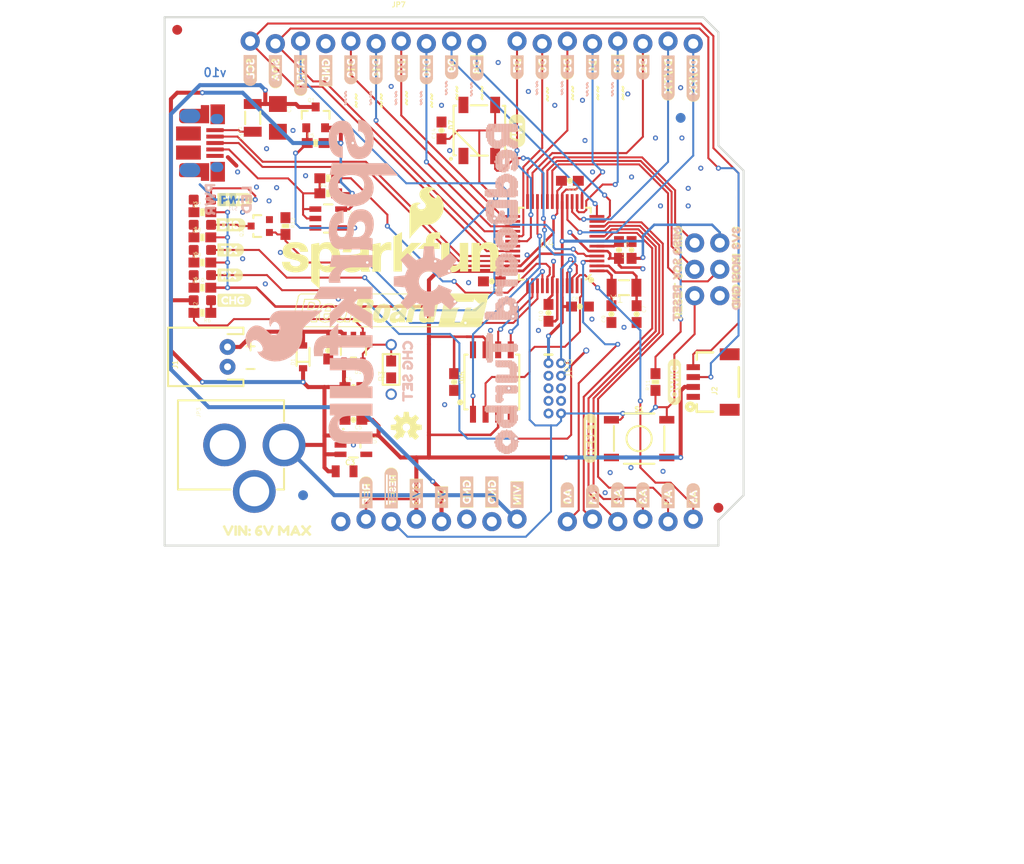
<source format=kicad_pcb>
(kicad_pcb (version 20211014) (generator pcbnew)
  (layers (0 "F.Cu" signal) (31 "B.Cu" signal) (34 "B.Paste" user) (35 "F.Paste" user) (36 "B.SilkS" user "B.Silkscreen") (37 "F.SilkS" user "F.Silkscreen") (38 "B.Mask" user) (39 "F.Mask" user) (44 "Edge.Cuts" user))
  (net 0 "")
  (net 1 "GND")
  (net 2 "3.3V")
  (net 3 "VDDCORE")
  (net 4 "VDDANA")
  (net 5 "N$2")
  (net 6 "N$4")
  (net 7 "~{RESET}")
  (net 8 "USB_D+")
  (net 9 "USB_D-")
  (net 10 "D1/TXO")
  (net 11 "D0/RXI")
  (net 12 "D4")
  (net 13 "D3")
  (net 14 "D2")
  (net 15 "D5")
  (net 16 "D6")
  (net 17 "D7")
  (net 18 "D8")
  (net 19 "D9")
  (net 20 "VIN")
  (net 21 "A3")
  (net 22 "A2")
  (net 23 "A1")
  (net 24 "A0")
  (net 25 "D12")
  (net 26 "N$5")
  (net 27 "N$6")
  (net 28 "D11")
  (net 29 "N$3")
  (net 30 "SDA")
  (net 31 "SCL")
  (net 32 "N$1")
  (net 33 "USB_ID")
  (net 34 "USB_HOST_EN")
  (net 35 "USB_HOST_POWER_EN")
  (net 36 "RX_LED/SWDIO")
  (net 37 "TX_LED")
  (net 38 "N$10")
  (net 39 "N$11")
  (net 40 "AREF")
  (net 41 "N$12")
  (net 42 "A4")
  (net 43 "A5")
  (net 44 "SPI_MISO")
  (net 45 "SPI_MOSI")
  (net 46 "SPI_SCK")
  (net 47 "D10")
  (net 48 "D13")
  (net 49 "VBAT")
  (net 50 "N$13")
  (net 51 "CHG_STAT")
  (net 52 "VUSB")
  (net 53 "N$8")
  (net 54 "FLASH_MOSI")
  (net 55 "FLASH_SCK")
  (net 56 "FLASH_MISO")
  (net 57 "FLASH_CS")
  (net 58 "LED/SWCLK")
  (footprint "boardEagle:RX#D015" (layer "F.Cu") (at 172.6311 86.9696 90)
    (fp_text reference "U$5" hide)
    (fp_text value "" hide)
  )
  (footprint "boardEagle:0603" (layer "F.Cu") (at 166.4081 101.8286 90)
    (fp_text reference "L1")
    (fp_text value "FB - 30Ohm")
  )
  (footprint "boardEagle:SCK5" (layer "F.Cu") (at 171.1071 105.5116 90)
    (fp_text reference "U$41" hide)
    (fp_text value "" hide)
  )
  (footprint "boardEagle:POWER_JACK_PTH" (layer "F.Cu") (at 117.6401 121.5136 -90)
    (fp_text reference "JP3")
    (fp_text value "POWER_JACKPTH")
  )
  (footprint "boardEagle:5V18" (layer "F.Cu") (at 147.2311 128.2446 90)
    (fp_text reference "U$3" hide)
    (fp_text value "" hide)
  )
  (footprint "boardEagle:0603-CAP" (layer "F.Cu") (at 138.3411 118.9736 180)
    (fp_text reference "C5")
    (fp_text value "2.2uF")
  )
  (footprint "boardEagle:TX#D114" (layer "F.Cu") (at 170.0911 86.8426 90)
    (fp_text reference "U$6" hide)
    (fp_text value "" hide)
  )
  (footprint "boardEagle:0603-RES" (layer "F.Cu") (at 135.8011 94.5896 180)
    (fp_text reference "R2")
    (fp_text value "330")
  )
  (footprint "boardEagle:0603-RES" (layer "F.Cu") (at 123.1011 98.0186)
    (fp_text reference "R7")
    (fp_text value "330")
  )
  (footprint "boardEagle:PTC-1206" (layer "F.Cu") (at 128.1811 88.4936 90)
    (fp_text reference "F1")
    (fp_text value "500mA")
  )
  (footprint "boardEagle:TACTILE_SWITCH_SMD_5.2MM" (layer "F.Cu") (at 167.1701 120.8786)
    (fp_text reference "S1")
    (fp_text value "")
  )
  (footprint "boardEagle:GND16" (layer "F.Cu") (at 135.5471 85.6996 90)
    (fp_text reference "U$19" hide)
    (fp_text value "" hide)
  )
  (footprint "boardEagle:#RESET1" (layer "F.Cu") (at 142.1511 128.3716 90)
    (fp_text reference "U$1" hide)
    (fp_text value "" hide)
  )
  (footprint "boardEagle:0603-CAP" (layer "F.Cu") (at 161.2011 107.5436)
    (fp_text reference "C8")
    (fp_text value "0.1uF")
  )
  (footprint "boardEagle:TP_15TH" (layer "F.Cu") (at 161.8361 111.9886)
    (fp_text reference "TP1" hide)
    (fp_text value "TEST-POINTTP_15TH_THRU" hide)
  )
  (footprint "boardEagle:GND16" (layer "F.Cu") (at 152.3111 128.2446 90)
    (fp_text reference "U$36" hide)
    (fp_text value "" hide)
  )
  (footprint "boardEagle:LED-0603" (layer "F.Cu") (at 123.1011 104.3686)
    (fp_text reference "D6")
    (fp_text value "Yellow")
  )
  (footprint "boardEagle:RESET0" (layer "F.Cu") (at 171.1071 109.5756 90)
    (fp_text reference "U$43" hide)
    (fp_text value "" hide)
  )
  (footprint "boardEagle:0805" (layer "F.Cu") (at 137.4521 124.1806)
    (fp_text reference "C3")
    (fp_text value "1.0uF")
  )
  (footprint "boardEagle:0603-RES" (layer "F.Cu") (at 123.1011 105.6386)
    (fp_text reference "R10")
    (fp_text value "330")
  )
  (footprint "boardEagle:0603" (layer "F.Cu") (at 142.1511 113.8936 90)
    (fp_text reference "R1")
    (fp_text value "3.9K")
  )
  (footprint "boardEagle:D69" (layer "F.Cu") (at 157.3911 84.6836 90)
    (fp_text reference "U$11" hide)
    (fp_text value "" hide)
  )
  (footprint "boardEagle:D123" (layer "F.Cu") (at 140.6271 85.1916 90)
    (fp_text reference "U$17" hide)
    (fp_text value "" hide)
  )
  (footprint "boardEagle:1_6W-RES" (layer "F.Cu") (at 142.1511 113.8936 90)
    (fp_text reference "R3")
    (fp_text value "PROG" hide)
  )
  (footprint "boardEagle:MOSI4" (layer "F.Cu") (at 176.9491 105.7656 90)
    (fp_text reference "U$39" hide)
    (fp_text value "" hide)
  )
  (footprint "boardEagle:MISO3" (layer "F.Cu") (at 171.1071 102.9716 90)
    (fp_text reference "U$42" hide)
    (fp_text value "" hide)
  )
  (footprint "boardEagle:AREF2" (layer "F.Cu") (at 133.0071 86.3346 90)
    (fp_text reference "U$27" hide)
    (fp_text value "" hide)
  )
  (footprint "boardEagle:USB-MICROB-PTH-MILL" (layer "F.Cu") (at 124.3711 91.0336 -90)
    (fp_text reference "J3")
    (fp_text value "")
  )
  (footprint "boardEagle:SOT23-3" (layer "F.Cu") (at 134.5311 88.4936)
    (fp_text reference "Q1")
    (fp_text value "2.5A/30V")
  )
  (footprint "boardEagle:WS2812B" (layer "F.Cu") (at 151.0411 89.7636 90)
    (fp_text reference "D7")
    (fp_text value "WS2812B")
  )
  (footprint "boardEagle:0603-CAP" (layer "F.Cu") (at 160.1851 94.8436 180)
    (fp_text reference "C12")
    (fp_text value "0.1uF")
  )
  (footprint "boardEagle:PWR26" (layer "F.Cu") (at 124.2441 96.7486)
    (fp_text reference "U$24" hide)
    (fp_text value "" hide)
  )
  (footprint "boardEagle:SOT23-5" (layer "F.Cu") (at 135.8011 98.6536 -90)
    (fp_text reference "U2")
    (fp_text value "74AHC1G125")
  )
  (footprint "boardEagle:SOD-323" (layer "F.Cu") (at 133.2611 112.6236 90)
    (fp_text reference "D1")
    (fp_text value "BAT20J")
  )
  (footprint "boardEagle:GND16" (layer "F.Cu") (at 149.7711 128.2446 90)
    (fp_text reference "U$37" hide)
    (fp_text value "" hide)
  )
  (footprint "boardEagle:SOT23-5" (layer "F.Cu") (at 138.3411 121.5136 -90)
    (fp_text reference "U3")
    (fp_text value "3.3V")
  )
  (footprint "boardEagle:0603-CAP" (layer "F.Cu") (at 148.5011 115.1636 -90)
    (fp_text reference "C13")
    (fp_text value "0.1uF")
  )
  (footprint "boardEagle:SOT323" (layer "F.Cu") (at 128.9431 99.4156 90)
    (fp_text reference "Q2")
    (fp_text value "2N7002PW")
  )
  (footprint "boardEagle:0603-CAP" (layer "F.Cu") (at 135.8011 111.9886 -90)
    (fp_text reference "C2")
    (fp_text value "4.7uF")
  )
  (footprint "boardEagle:A323" (layer "F.Cu") (at 167.5511 128.2446 90)
    (fp_text reference "U$32" hide)
    (fp_text value "" hide)
  )
  (footprint "boardEagle:D114" (layer "F.Cu") (at 143.1671 84.9376 90)
    (fp_text reference "U$16" hide)
    (fp_text value "" hide)
  )
  (footprint "boardEagle:D510" (layer "F.Cu") (at 159.9311 84.6836 90)
    (fp_text reference "U$10" hide)
    (fp_text value "" hide)
  )
  (footprint "boardEagle:0603-RES" (layer "F.Cu") (at 134.5311 91.0336)
    (fp_text reference "R5")
    (fp_text value "47K")
  )
  (footprint "boardEagle:D78" (layer "F.Cu") (at 154.8511 84.6836 90)
    (fp_text reference "U$12" hide)
    (fp_text value "" hide)
  )
  (footprint "boardEagle:TX28" (layer "F.Cu") (at 124.2441 101.8286)
    (fp_text reference "U$22" hide)
    (fp_text value "" hide)
  )
  (footprint "boardEagle:SDA1" (layer "F.Cu") (at 130.4671 85.5726 90)
    (fp_text reference "U$20" hide)
    (fp_text value "" hide)
  )
  (footprint "boardEagle:3V36" (layer "F.Cu") (at 176.9491 102.4636 90)
    (fp_text reference "U$40" hide)
    (fp_text value "" hide)
  )
  (footprint "boardEagle:1X04_1MM_RA" (layer "F.Cu") (at 172.6311 115.1636 90)
    (fp_text reference "J2")
    (fp_text value "")
  )
  (footprint "boardEagle:D1327" (layer "F.Cu") (at 124.1171 99.2886)
    (fp_text reference "U$25" hide)
    (fp_text value "" hide)
  )
  (footprint "boardEagle:ARDUINO_R3_LOCK_HOLES" (layer "F.Cu") (at 109.1311 131.6736)
    (fp_text reference "JP7")
    (fp_text value "ARDUINO_UNO_R3LOCK_HOLES")
  )
  (footprint "boardEagle:D213" (layer "F.Cu") (at 167.5511 84.6836 90)
    (fp_text reference "U$7" hide)
    (fp_text value "" hide)
  )
  (footprint "boardEagle:A222" (layer "F.Cu") (at 165.0111 128.2446 90)
    (fp_text reference "U$31" hide)
    (fp_text value "" hide)
  )
  (footprint "boardEagle:3V317" (layer "F.Cu") (at 144.6911 128.2446 90)
    (fp_text reference "U$2" hide)
    (fp_text value "" hide)
  )
  (footprint "boardEagle:0603-RES" (layer "F.Cu") (at 123.1011 103.0986)
    (fp_text reference "R9")
    (fp_text value "330")
  )
  (footprint "boardEagle:VIN19" (layer "F.Cu") (at 154.8511 128.2446 90)
    (fp_text reference "U$35" hide)
    (fp_text value "" hide)
  )
  (footprint "boardEagle:A121" (layer "F.Cu") (at 162.4711 128.2446 90)
    (fp_text reference "U$30" hide)
    (fp_text value "" hide)
  )
  (footprint "boardEagle:TQFP-48" (layer "F.Cu") (at 158.6611 101.1936 180)
    (fp_text reference "U4")
    (fp_text value "ATSAMD21G-A")
  )
  (footprint "boardEagle:LED-0603" (layer "F.Cu") (at 123.1011 96.7486)
    (fp_text reference "D3")
    (fp_text value "RED")
  )
  (footprint "boardEagle:LED-0603" (layer "F.Cu") (at 123.1011 101.8286)
    (fp_text reference "D5")
    (fp_text value "GREEN")
  )
  (footprint "boardEagle:0603-RES" (layer "F.Cu") (at 123.1011 100.5586)
    (fp_text reference "R8")
    (fp_text value "330")
  )
  (footprint "boardEagle:0603-CAP" (layer "F.Cu") (at 166.9161 108.3056 -90)
    (fp_text reference "C7")
    (fp_text value "15pF")
  )
  (footprint "boardEagle:SFE_LOGO_NAME_FLAME_.2" (layer "F.Cu") (at 142.1511 102.8446)
    (fp_text reference "LOGO1" hide)
    (fp_text value "SFE_LOGO_NAME_FLAME.2_INCH" hide)
  )
  (footprint "boardEagle:SOT23-5" (layer "F.Cu") (at 138.3411 111.9886 180)
    (fp_text reference "U1")
    (fp_text value "MCP73831")
  )
  (footprint "boardEagle:BITMAP#JPG" (layer "F.Cu") (at 142.0241 107.9246)
    (fp_text reference "U$86" hide)
    (fp_text value "" hide)
  )
  (footprint "boardEagle:LED-0603" (layer "F.Cu") (at 123.1011 106.9086)
    (fp_text reference "D2")
    (fp_text value "Yellow")
  )
  (footprint "boardEagle:D96" (layer "F.Cu") (at 148.2471 84.6836 90)
    (fp_text reference "U$14" hide)
    (fp_text value "" hide)
  )
  (footprint "boardEagle:CHG30" (layer "F.Cu") (at 124.2441 106.9086)
    (fp_text reference "U$4" hide)
    (fp_text value "" hide)
  )
  (footprint "boardEagle:A424" (layer "F.Cu") (at 170.0911 128.2446 90)
    (fp_text reference "U$33" hide)
    (fp_text value "" hide)
  )
  (footprint "boardEagle:GND7" (layer "F.Cu") (at 176.9491 108.4326 90)
    (fp_text reference "U$38" hide)
    (fp_text value "" hide)
  )
  (footprint "boardEagle:2X5-PTH-1.27MM" (layer "F.Cu") (at 158.6611 115.7986 -90)
    (fp_text reference "JP6")
    (fp_text value "CORTEX_DEBUGPTH")
  )
  (footprint "boardEagle:0603-RES" (layer "F.Cu") (at 135.8011 96.1136)
    (fp_text reference "R4")
    (fp_text value "100k")
  )
  (footprint "boardEagle:D105" (layer "F.Cu") (at 145.7071 85.1916 90)
    (fp_text reference "U$15" hide)
    (fp_text value "" hide)
  )
  (footprint "boardEagle:0603-CAP" (layer "F.Cu") (at 152.3111 105.0036 180)
    (fp_text reference "C11")
    (fp_text value "0.1uF")
  )
  (footprint "boardEagle:0603-CAP" (layer "F.Cu") (at 164.3761 108.3056 90)
    (fp_text reference "C9")
    (fp_text value "15pF")
  )
  (footprint "boardEagle:SOIC-8" (layer "F.Cu") (at 152.3111 115.1636)
    (fp_text reference "U5")
    (fp_text value "W25Q32FV")
  )
  (footprint "boardEagle:SCL0" (layer "F.Cu") (at 127.9271 85.3186 90)
    (fp_text reference "U$21" hide)
    (fp_text value "" hide)
  )
  (footprint "boardEagle:1206@1" (layer "F.Cu") (at 130.7211 88.4936 -90)
    (fp_text reference "C1")
    (fp_text value "2.2UF")
  )
  (footprint "boardEagle:A020" (layer "F.Cu") (at 159.9311 128.2446 90)
    (fp_text reference "U$29" hide)
    (fp_text value "" hide)
  )
  (footprint "boardEagle:D312" (layer "F.Cu") (at 165.0111 84.6836 90)
    (fp_text reference "U$8" hide)
    (fp_text value "" hide)
  )
  (footprint "boardEagle:0603-CAP" (layer "F.Cu") (at 147.2311 89.7636 90)
    (fp_text reference "C14")
    (fp_text value "0.1uF")
  )
  (footprint "boardEagle:D411" (layer "F.Cu") (at 162.4711 84.6836 90)
    (fp_text reference "U$9" hide)
    (fp_text value "" hide)
  )
  (footprint "boardEagle:JST-2-PTH" (layer "F.Cu") (at 125.6411 112.6236 90)
    (fp_text reference "J1")
    (fp_text value "")
  )
  (footprint "boardEagle:D132" (layer "F.Cu") (at 138.0871 85.1916 90)
    (fp_text reference "U$18" hide)
    (fp_text value "" hide)
  )
  (footprint "boardEagle:440" (layer "F.Cu") (at 154.8511 91.5416 90)
    (fp_text reference "U$84" hide)
    (fp_text value "" hide)
  )
  (footprint "boardEagle:0603-RES" (layer "F.Cu") (at 123.1011 108.1786 180)
    (fp_text reference "R6")
    (fp_text value "330")
  )
  (footprint "boardEagle:0603-CAP" (layer "F.Cu") (at 158.0261 108.1786 90)
    (fp_text reference "C10")
    (fp_text value "0.1uF")
  )
  (footprint "boardEagle:0603-CAP" (layer "F.Cu") (at 138.3411 115.6716)
    (fp_text reference "C4")
    (fp_text value "4.7uF")
  )
  (footprint "boardEagle:LED-0603" (layer "F.Cu") (at 123.1011 99.2886)
    (fp_text reference "D4")
    (fp_text value "BLUE")
  )
  (footprint "boardEagle:VIN#_6V_MAX2" (layer "F.Cu") (at 124.2441 130.1496)
    (fp_text reference "U$88" hide)
    (fp_text value "" hide)
  )
  (footprint "boardEagle:D87" (layer "F.Cu") (at 150.7871 84.6836 90)
    (fp_text reference "U$13" hide)
    (fp_text value "" hide)
  )
  (footprint "boardEagle:OSHW-LOGO-S" (layer "F.Cu") (at 143.6751 119.7356)
    (fp_text reference "LOGO3" hide)
    (fp_text value "OSHW-LOGOS" hide)
  )
  (footprint "boardEagle:RX29" (layer "F.Cu") (at 124.2441 104.3686)
    (fp_text reference "U$23" hide)
    (fp_text value "" hide)
  )
  (footprint "boardEagle:CRYSTAL-SMD-3.2X1.5MM" (layer "F.Cu") (at 165.6461 105.6386 180)
    (fp_text reference "Y1")
    (fp_text value "32.768kHz")
  )
  (footprint "boardEagle:0603-CAP" (layer "F.Cu") (at 165.1381 101.8286 -90)
    (fp_text reference "C6")
    (fp_text value "0.1uF")
  )
  (footprint "boardEagle:QWIIC31" (layer "F.Cu") (at 170.7261 117.5766 90)
    (fp_text reference "U$28" hide)
    (fp_text value "" hide)
  )
  (footprint "boardEagle:RESET0" (layer "F.Cu") (at 162.2171 123.4186 90)
    (fp_text reference "U$83" hide)
    (fp_text value "" hide)
  )
  (footprint "boardEagle:A525" (layer "F.Cu") (at 172.6311 128.2446 90)
    (fp_text reference "U$34" hide)
    (fp_text value "" hide)
  )
  (footprint "boardEagle:FIDUCIAL-1X2" (layer "F.Cu") (at 175.1711 127.8636)
    (fp_text reference "FID2" hide)
    (fp_text value "FIDUCIAL1X2" hide)
  )
  (footprint "boardEagle:CREATIVE_COMMONS" (layer "F.Cu") (at 123.1011 160.8836)
    (fp_text reference "FRAME1" hide)
    (fp_text value "FRAME-LEDGER" hide)
  )
  (footprint "boardEagle:0603-RES" (layer "F.Cu") (at 131.4831 99.4156 -90)
    (fp_text reference "R12")
    (fp_text value "100k")
  )
  (footprint "boardEagle:0603-RES" (layer "F.Cu") (at 168.8211 115.1636 90)
    (fp_text reference "R11")
    (fp_text value "10K")
  )
  (footprint "boardEagle:REF0" (layer "F.Cu") (at 139.6111 128.2446 90)
    (fp_text reference "U$26" hide)
    (fp_text value "" hide)
  )
  (footprint "boardEagle:FIDUCIAL-1X2" (layer "F.Cu") (at 120.5611 79.6036)
    (fp_text reference "FID1" hide)
    (fp_text value "FIDUCIAL1X2" hide)
  )
  (footprint "boardEagle:SFE_LOGO_NAME_FLAME_.3" (layer "B.Cu") (at 138.5951 105.0036 -90)
    (fp_text reference "LOGO2" hide)
    (fp_text value "SFE_LOGO_NAME_FLAME.3_INCH" hide)
  )
  (footprint "boardEagle:GND33" (layer "B.Cu") (at 176.9491 104.7496 -90)
    (fp_text reference "U$73" hide)
    (fp_text value "" hide)
  )
  (footprint "boardEagle:3V325" (layer "B.Cu") (at 144.6911 124.5616 -90)
    (fp_text reference "U$45" hide)
    (fp_text value "" hide)
  )
  (footprint "boardEagle:FIDUCIAL-1X2" (layer "B.Cu") (at 133.2611 126.5936 180)
    (fp_text reference "FID3" hide)
    (fp_text value "FIDUCIAL1X2" hide)
  )
  (footprint "boardEagle:D214" (layer "B.Cu") (at 167.5511 81.7626 -90)
    (fp_text reference "U$65" hide)
    (fp_text value "" hide)
  )
  (footprint "boardEagle:D133" (layer "B.Cu") (at 138.0871 81.7626 -90)
    (fp_text reference "U$64" hide)
    (fp_text value "" hide)
  )
  (footprint "boardEagle:MOSI34" (layer "B.Cu") (at 176.9491 101.5746 -90)
    (fp_text reference "U$76" hide)
    (fp_text value "" hide)
  )
  (footprint "boardEagle:PWR0" (layer "B.Cu") (at 123.8631 94.2086 -90)
    (fp_text reference "U$74" hide)
    (fp_text value "" hide)
  )
  (footprint "boardEagle:GND24" (layer "B.Cu") (at 149.7711 124.3076 -90)
    (fp_text reference "U$71" hide)
    (fp_text value "" hide)
  )
  (footprint "boardEagle:D0#RX17" (layer "B.Cu") (at 172.6311 81.7626 -90)
    (fp_text reference "U$55" hide)
    (fp_text value "" hide)
  )
  (footprint "boardEagle:A422" (layer "B.Cu") (at 170.0911 125.3236 -90)
    (fp_text reference "U$51" hide)
    (fp_text value "" hide)
  )
  (footprint "boardEagle:D313" (layer "B.Cu") (at 165.0111 81.7626 -90)
    (fp_text reference "U$66" hide)
    (fp_text value "" hide)
  )
  (footprint "boardEagle:PAD-JUMPER-2-NC_BY_TRACE_NO_SILK" (layer "B.Cu") (at 125.6411 96.7486)
    (fp_text reference "SJ1")
    (fp_text value "PWR-LED")
  )
  (footprint "boardEagle:OSHW-LOGO-L" (layer "B.Cu") (at 145.9611 105.0036 -90)
    (fp_text reference "LOGO4" hide)
    (fp_text value "OSHW-LOGOL" hide)
  )
  (footprint "boardEagle:D511" (layer "B.Cu") (at 159.9311 81.7626 -90)
    (fp_text reference "U$68" hide)
    (fp_text value "" hide)
  )
  (footprint "boardEagle:#RESET1" (layer "B.Cu") (at 142.1511 123.6726 -90)
    (fp_text reference "U$44" hide)
    (fp_text value "" hide)
  )
  (footprint "boardEagle:A018" (layer "B.Cu") (at 159.9311 125.1966 -90)
    (fp_text reference "U$47" hide)
    (fp_text value "" hide)
  )
  (footprint "boardEagle:CHG_SET1" (layer "B.Cu") (at 143.8021 110.0836 -90)
    (fp_text reference "U$87" hide)
    (fp_text value "" hide)
  )
  (footprint "boardEagle:3V30" (layer "B.Cu") (at 176.9491 98.7806 -90)
    (fp_text reference "U$46" hide)
    (fp_text value "" hide)
  )
  (footprint "boardEagle:D412" (layer "B.Cu") (at 162.4711 81.7626 -90)
    (fp_text reference "U$67" hide)
    (fp_text value "" hide)
  )
  (footprint "boardEagle:D106" (layer "B.Cu") (at 145.7071 81.7626 -90)
    (fp_text reference "U$61" hide)
    (fp_text value "" hide)
  )
  (footprint "boardEagle:D88" (layer "B.Cu") (at 150.7871 81.8896 -90)
    (fp_text reference "U$59" hide)
    (fp_text value "" hide)
  )
  (footprint "boardEagle:5V26" (layer "B.Cu") (at 147.2311 125.3236 -90)
    (fp_text reference "U$57" hide)
    (fp_text value "" hide)
  )
  (footprint "boardEagle:RESET32" (layer "B.Cu") (at 170.9801 104.6226 -90)
    (fp_text reference "U$78" hide)
    (fp_text value "" hide)
  )
  (footprint "boardEagle:AREF2" (layer "B.Cu") (at 133.0071 81.7626 -90)
    (fp_text reference "U$53" hide)
    (fp_text value "" hide)
  )
  (footprint "boardEagle:D610" (layer "B.Cu") (at 157.3911 81.7626 -90)
    (fp_text reference "U$69" hide)
    (fp_text value "" hide)
  )
  (footprint "boardEagle:VIN27" (layer "B.Cu") (at 154.8511 124.8156 -90)
    (fp_text reference "U$82" hide)
    (fp_text value "" hide)
  )
  (footprint "boardEagle:REDBOARD_TURBO1" (layer "B.Cu") (at 153.3271 86.2076 -90)
    (fp_text reference "U$85" hide)
    (fp_text value "" hide)
  )
  (footprint "boardEagle:D97" (layer "B.Cu") (at 148.2471 81.7626 -90)
    (fp_text reference "U$60" hide)
    (fp_text value "" hide)
  )
  (footprint "boardEagle:SCL0" (layer "B.Cu") (at 127.9271 81.7626 -90)
    (fp_text reference "U$80" hide)
    (fp_text value "" hide)
  )
  (footprint "boardEagle:GND24" (layer "B.Cu") (at 152.3111 124.3076 -90)
    (fp_text reference "U$72" hide)
    (fp_text value "" hide)
  )
  (footprint "boardEagle:GND24" (layer "B.Cu") (at 135.5471 81.7626 -90)
    (fp_text reference "U$70" hide)
    (fp_text value "" hide)
  )
  (footprint "boardEagle:A119" (layer "B.Cu") (at 162.4711 125.4506 -90)
    (fp_text reference "U$48" hide)
    (fp_text value "" hide)
  )
  (footprint "boardEagle:D115" (layer "B.Cu") (at 143.1671 81.7626 -90)
    (fp_text reference "U$62" hide)
    (fp_text value "" hide)
  )
  (footprint "boardEagle:REF28" (layer "B.Cu") (at 139.6111 124.6886 -90)
    (fp_text reference "U$77" hide)
    (fp_text value "" hide)
  )
  (footprint "boardEagle:D124" (layer "B.Cu") (at 140.6271 81.7626 -90)
    (fp_text reference "U$63" hide)
    (fp_text value "" hide)
  )
  (footprint "boardEagle:A321" (layer "B.Cu") (at 167.5511 125.1966 -90)
    (fp_text reference "U$50" hide)
    (fp_text value "" hide)
  )
  (footprint "boardEagle:MISO30" (layer "B.Cu") (at 170.9801 98.7806 -90)
    (fp_text reference "U$75" hide)
    (fp_text value "" hide)
  )
  (footprint "boardEagle:FIDUCIAL-1X2" (layer "B.Cu") (at 171.3611 88.4936 180)
    (fp_text reference "FID4" hide)
    (fp_text value "FIDUCIAL1X2" hide)
  )
  (footprint "boardEagle:SDA1" (layer "B.Cu") (at 130.4671 81.7626 -90)
    (fp_text reference "U$81" hide)
    (fp_text value "" hide)
  )
  (footprint "boardEagle:SCK31" (layer "B.Cu") (at 170.9801 101.9556 -90)
    (fp_text reference "U$79" hide)
    (fp_text value "" hide)
  )
  (footprint "boardEagle:D79" (layer "B.Cu") (at 154.8511 81.7626 -90)
    (fp_text reference "U$58" hide)
    (fp_text value "" hide)
  )
  (footprint "boardEagle:D1#TX15" (layer "B.Cu") (at 170.0911 81.7626 -90)
    (fp_text reference "U$56" hide)
    (fp_text value "" hide)
  )
  (footprint "boardEagle:LED1" (layer "B.Cu") (at 127.5461 94.4626 -90)
    (fp_text reference "U$54" hide)
    (fp_text value "" hide)
  )
  (footprint "boardEagle:A220" (layer "B.Cu") (at 165.0111 125.1966 -90)
    (fp_text reference "U$49" hide)
    (fp_text value "" hide)
  )
  (footprint "boardEagle:A523" (layer "B.Cu") (at 172.6311 125.3236 -90)
    (fp_text reference "U$52" hide)
    (fp_text value "" hide)
  )
  (gr_line (start 175.1711 131.6736) (end 175.1711 129.1336) (layer "Edge.Cuts") (width 0.2032))
  (gr_line (start 177.7111 93.8276) (end 175.1711 91.2876) (layer "Edge.Cuts") (width 0.2032))
  (gr_line (start 119.2911 78.3336) (end 119.2911 131.6736) (layer "Edge.Cuts") (width 0.2032))
  (gr_line (start 119.2911 131.6736) (end 175.1711 131.6736) (layer "Edge.Cuts") (width 0.2032))
  (gr_line (start 175.1711 79.8576) (end 173.6471 78.3336) (layer "Edge.Cuts") (width 0.2032))
  (gr_line (start 173.6471 78.3336) (end 119.2911 78.3336) (layer "Edge.Cuts") (width 0.2032))
  (gr_line (start 177.7111 126.5936) (end 177.7111 93.8276) (layer "Edge.Cuts") (width 0.2032))
  (gr_line (start 175.1711 91.2876) (end 175.1711 79.8576) (layer "Edge.Cuts") (width 0.2032))
  (gr_line (start 175.1711 129.1336) (end 177.7111 126.5936) (layer "Edge.Cuts") (width 0.2032))
  (gr_text "v10" (at 124.3711 83.4136) (layer "B.Cu") (effects (font (size 0.8636 0.8636) (thickness 0.1524)) (justify top mirror)))
  (gr_text "~~" (at 142.6591 85.5726 -90) (layer "B.SilkS") (effects (font (size 1.0795 1.0795) (thickness 0.1905)) (justify right mirror)))
  (gr_text "~~" (at 161.9631 84.6836 -90) (layer "B.SilkS") (effects (font (size 1.0795 1.0795) (thickness 0.1905)) (justify right mirror)))
  (gr_text "~~" (at 145.1991 85.5726 -90) (layer "B.SilkS") (effects (font (size 1.0795 1.0795) (thickness 0.1905)) (justify right mirror)))
  (gr_text "~~" (at 147.7391 84.5566 -90) (layer "B.SilkS") (effects (font (size 1.0795 1.0795) (thickness 0.1905)) (justify right mirror)))
  (gr_text "~~" (at 140.1191 85.5726 -90) (layer "B.SilkS") (effects (font (size 1.0795 1.0795) (thickness 0.1905)) (justify right mirror)))
  (gr_text "~~" (at 150.2791 84.6836 -90) (layer "B.SilkS") (effects (font (size 1.0795 1.0795) (thickness 0.1905)) (justify right mirror)))
  (gr_text "~~" (at 137.5791 85.5726 -90) (layer "B.SilkS") (effects (font (size 1.0795 1.0795) (thickness 0.1905)) (justify right mirror)))
  (gr_text "~~" (at 159.4231 84.5566 -90) (layer "B.SilkS") (effects (font (size 1.0795 1.0795) (thickness 0.1905)) (justify right mirror)))
  (gr_text "~~" (at 156.8831 84.5566 -90) (layer "B.SilkS") (effects (font (size 1.0795 1.0795) (thickness 0.1905)) (justify right mirror)))
  (gr_text "~~" (at 164.5031 84.6836 -90) (layer "B.SilkS") (effects (font (size 1.0795 1.0795) (thickness 0.1905)) (justify right mirror)))
  (gr_text "~~" (at 143.6751 85.5726 90) (layer "F.SilkS") (effects (font (size 1.0795 1.0795) (thickness 0.1905)) (justify right)))
  (gr_text "~~" (at 165.5191 85.0646 90) (layer "F.SilkS") (effects (font (size 1.0795 1.0795) (thickness 0.1905)) (justify right)))
  (gr_text "~~" (at 146.2151 85.8266 90) (layer "F.SilkS") (effects (font (size 1.0795 1.0795) (thickness 0.1905)) (justify right)))
  (gr_text "~~" (at 141.1351 85.8266 90) (layer "F.SilkS") (effects (font (size 1.0795 1.0795) (thickness 0.1905)) (justify right)))
  (gr_text "~~" (at 138.5951 85.8266 90) (layer "F.SilkS") (effects (font (size 1.0795 1.0795) (thickness 0.1905)) (justify right)))
  (gr_text "~~" (at 160.4391 85.0646 90) (layer "F.SilkS") (effects (font (size 1.0795 1.0795) (thickness 0.1905)) (justify right)))
  (gr_text "~~" (at 151.2951 85.0646 90) (layer "F.SilkS") (effects (font (size 1.0795 1.0795) (thickness 0.1905)) (justify right)))
  (gr_text "~~" (at 157.8991 85.1916 90) (layer "F.SilkS") (effects (font (size 1.0795 1.0795) (thickness 0.1905)) (justify right)))
  (gr_text "-" (at 127.1651 114.4016) (layer "F.SilkS") (effects (font (size 1.0795 1.0795) (thickness 0.1905)) (justify left bottom)))
  (gr_text "+" (at 127.1651 112.1156) (layer "F.SilkS") (effects (font (size 1.0795 1.0795) (thickness 0.1905)) (justify left bottom)))
  (gr_text "~~" (at 162.9791 85.0646 90) (layer "F.SilkS") (effects (font (size 1.0795 1.0795) (thickness 0.1905)) (justify right)))
  (gr_text "~~" (at 148.7551 85.0646 90) (layer "F.SilkS") (effects (font (size 1.0795 1.0795) (thickness 0.1905)) (justify right)))
  (segment (start 154.4111 103.4436) (end 147.0681 103.4436) (width 0.254) (layer "F.Cu") (net 1))
  (segment (start 158.9111 98.1496) (end 158.5341 98.5266) (width 0.2032) (layer "F.Cu") (net 1))
  (segment (start 147.0681 103.4436) (end 146.5961 102.9716) (width 0.254) (layer "F.Cu") (net 1))
  (segment (start 158.9111 96.9436) (end 158.9111 95.8636) (width 0.2032) (layer "F.Cu") (net 1))
  (segment (start 158.4111 105.4436) (end 158.4111 106.3966) (width 0.254) (layer "F.Cu") (net 1))
  (segment (start 158.5341 100.1141) (end 158.5341 98.5266) (width 0.254) (layer "F.Cu") (net 1))
  (segment (start 165.3921 103.6066) (end 167.4241 103.6066) (width 0.254) (layer "F.Cu") (net 1))
  (segment (start 159.3351 94.8436) (end 159.3351 95.4396) (width 0.2032) (layer "F.Cu") (net 1))
  (segment (start 158.9111 96.9436) (end 158.9111 98.1496) (width 0.2032) (layer "F.Cu") (net 1))
  (segment (start 162.9111 101.9436) (end 162.0781 101.9436) (width 0.254) (layer "F.Cu") (net 1))
  (segment (start 164.2491 102.5906) (end 164.1221 102.7176) (width 0.254) (layer "F.Cu") (net 1))
  (segment (start 158.9111 95.8636) (end 159.3351 95.4396) (width 0.2032) (layer "F.Cu") (net 1))
  (segment (start 125.6711 92.4606) (end 126.5301 93.3196) (width 0.4064) (layer "F.Cu") (net 1))
  (segment (start 164.1611 102.6786) (end 165.1381 102.6786) (width 0.254) (layer "F.Cu") (net 1))
  (segment (start 158.4111 105.4436) (end 158.4111 104.6186) (width 0.254) (layer "F.Cu") (net 1))
  (segment (start 165.1381 102.6786) (end 165.1381 103.3526) (width 0.2794) (layer "F.Cu") (net 1))
  (segment (start 165.1381 103.3526) (end 165.3921 103.6066) (width 0.2794) (layer "F.Cu") (net 1))
  (segment (start 158.0261 107.3286) (end 158.0261 106.7816) (width 0.254) (layer "F.Cu") (net 1))
  (segment (start 162.0781 101.9436) (end 160.1851 100.0506) (width 0.254) (layer "F.Cu") (net 1))
  (segment (start 158.5341 104.4956) (end 158.5341 102.9716) (width 0.254) (layer "F.Cu") (net 1))
  (segment (start 164.2491 102.2096) (end 164.2491 102.5906) (width 0.254) (layer "F.Cu") (net 1))
  (segment (start 163.9831 101.9436) (end 164.2491 102.2096) (width 0.254) (layer "F.Cu") (net 1))
  (segment (start 162.9111 101.9436) (end 163.9831 101.9436) (width 0.254) (layer "F.Cu") (net 1))
  (segment (start 154.4111 103.4436) (end 155.2046 103.4436) (width 0.254) (layer "F.Cu") (net 1))
  (segment (start 158.4111 104.6186) (end 158.5341 104.4956) (width 0.254) (layer "F.Cu") (net 1))
  (segment (start 167.4241 103.6066) (end 167.5511 103.7336) (width 0.254) (layer "F.Cu") (net 1))
  (segment (start 158.0261 106.7816) (end 158.4111 106.3966) (width 0.254) (layer "F.Cu") (net 1))
  (segment (start 155.2046 103.4436) (end 158.5341 100.1141) (width 0.254) (layer "F.Cu") (net 1))
  (segment (start 164.1221 102.7176) (end 164.1611 102.6786) (width 0.254) (layer "F.Cu") (net 1))
  (via (at 132.2451 89.7636) (size 0.508) (drill 0.254) (layers "F.Cu" "B.Cu") (net 1))
  (via (at 155.8671 102.3366) (size 0.508) (drill 0.254) (layers "F.Cu" "B.Cu") (net 1))
  (via (at 148.5646 107.0356) (size 0.508) (drill 0.254) (layers "F.Cu" "B.Cu") (net 1))
  (via (at 166.3446 123.7996) (size 0.508) (drill 0.254) (layers "F.Cu" "B.Cu") (net 1))
  (via (at 152.9461 82.9056) (size 0.508) (drill 0.254) (layers "F.Cu" "B.Cu") (net 1))
  (via (at 169.3291 97.3836) (size 0.508) (drill 0.254) (layers "F.Cu" "B.Cu") (net 1))
  (via (at 158.5341 98.5266) (size 0.508) (drill 0.254) (layers "F.Cu" "B.Cu") (net 1))
  (via (at 169.5831 124.1806) (size 0.508) (drill 0.254) (layers "F.Cu" "B.Cu") (net 1))
  (via (at 146.5961 102.9716) (size 0.508) (drill 0.254) (layers "F.Cu" "B.Cu") (net 1))
  (via (at 138.2776 91.0336) (size 0.508) (drill 0.254) (layers "F.Cu" "B.Cu") (net 1))
  (via (at 166.0271 86.0806) (size 0.508) (drill 0.254) (layers "F.Cu" "B.Cu") (net 1))
  (via (at 172.1231 97.3836) (size 0.508) (drill 0.254) (layers "F.Cu" "B.Cu") (net 1))
  (via (at 163.7411 126.3396) (size 0.508) (drill 0.254) (layers "F.Cu" "B.Cu") (net 1))
  (via (at 128.5621 95.4786) (size 0.508) (drill 0.254) (layers "F.Cu" "B.Cu") (net 1))
  (via (at 166.4081 94.4626) (size 0.508) (drill 0.254) (layers "F.Cu" "B.Cu") (net 1))
  (via (at 127.1651 102.7176) (size 0.508) (drill 0.254) (layers "F.Cu" "B.Cu") (net 1))
  (via (at 167.5511 103.7336) (size 0.508) (drill 0.254) (layers "F.Cu" "B.Cu") (net 1))
  (via (at 171.3611 85.4456) (size 0.508) (drill 0.254) (layers "F.Cu" "B.Cu") (net 1))
  (via (at 133.5151 94.3356) (size 0.508) (drill 0.254) (layers "F.Cu" "B.Cu") (net 1))
  (via (at 162.4711 93.9546) (size 0.508) (drill 0.254) (layers "F.Cu" "B.Cu") (net 1))
  (via (at 152.1841 109.9566) (size 0.508) (drill 0.254) (layers "F.Cu" "B.Cu") (net 1))
  (via (at 129.5781 91.6051) (size 0.508) (drill 0.254) (layers "F.Cu" "B.Cu") (net 1))
  (via (at 130.5941 95.5421) (size 0.508) (drill 0.254) (layers "F.Cu" "B.Cu") (net 1))
  (via (at 158.6611 87.2236) (size 0.508) (drill 0.254) (layers "F.Cu" "B.Cu") (net 1))
  (via (at 148.0566 91.7956) (size 0.508) (drill 0.254) (layers "F.Cu" "B.Cu") (net 1))
  (via (at 157.0101 109.9566) (size 0.508) (drill 0.254) (layers "F.Cu" "B.Cu") (net 1))
  (via (at 147.5486 117.4496) (size 0.508) (drill 0.254) (layers "F.Cu" "B.Cu") (net 1))
  (via (at 165.6461 109.6391) (size 0.508) (drill 0.254) (layers "F.Cu" "B.Cu") (net 1))
  (via (at 168.8211 90.5256) (size 0.508) (drill 0.254) (layers "F.Cu" "B.Cu") (net 1))
  (via (at 171.4881 90.5256) (size 0.508) (drill 0.254) (layers "F.Cu" "B.Cu") (net 1))
  (via (at 129.4511 105.2576) (size 0.508) (drill 0.254) (layers "F.Cu" "B.Cu") (net 1))
  (via (at 162.4076 108.8136) (size 0.508) (drill 0.254) (layers "F.Cu" "B.Cu") (net 1))
  (via (at 129.8321 96.8756) (size 0.508) (drill 0.254) (layers "F.Cu" "B.Cu") (net 1))
  (via (at 142.1511 85.3186) (size 0.508) (drill 0.254) (layers "F.Cu" "B.Cu") (net 1))
  (via (at 147.2311 87.2236) (size 0.508) (drill 0.254) (layers "F.Cu" "B.Cu") (net 1))
  (via (at 149.9616 105.1306) (size 0.508) (drill 0.254) (layers "F.Cu" "B.Cu") (net 1))
  (via (at 161.7091 90.7796) (size 0.508) (drill 0.254) (layers "F.Cu" "B.Cu") (net 1))
  (via (at 155.9941 85.8266) (size 0.508) (drill 0.254) (layers "F.Cu" "B.Cu") (net 1))
  (via (at 164.2491 124.3076) (size 0.508) (drill 0.254) (layers "F.Cu" "B.Cu") (net 1))
  (via (at 136.8171 106.7816) (size 0.508) (drill 0.254) (layers "F.Cu" "B.Cu") (net 1))
  (via (at 126.6571 93.9546) (size 0.508) (drill 0.254) (layers "F.Cu" "B.Cu") (net 1))
  (via (at 138.3411 121.5136) (size 0.508) (drill 0.254) (layers "F.Cu" "B.Cu") (net 1))
  (via (at 158.5341 102.9716) (size 0.508) (drill 0.254) (layers "F.Cu" "B.Cu") (net 1))
  (via (at 127.1651 98.0186) (size 0.508) (drill 0.254) (layers "F.Cu" "B.Cu") (net 1))
  (via (at 173.3931 93.5736) (size 0.508) (drill 0.254) (layers "F.Cu" "B.Cu") (net 1))
  (via (at 130.9751 102.0826) (size 0.508) (drill 0.254) (layers "F.Cu" "B.Cu") (net 1))
  (via (at 172.1231 95.6056) (size 0.508) (drill 0.254) (layers "F.Cu" "B.Cu") (net 1))
  (via (at 161.4551 86.7156) (size 0.508) (drill 0.254) (layers "F.Cu" "B.Cu") (net 1))
  (via (at 154.0256 115.7986) (size 0.508) (drill 0.254) (layers "F.Cu" "B.Cu") (net 1))
  (via (at 160.1851 100.0506) (size 0.508) (drill 0.254) (layers "F.Cu" "B.Cu") (net 1))
  (segment (start 125.1331 96.7486) (end 124.3711 96.7486) (width 0.254) (layer "B.Cu") (net 1))
  (segment (start 124.3711 96.7486) (end 122.8471 95.2246) (width 0.254) (layer "B.Cu") (net 1))
  (segment (start 153.1611 103.9436) (end 153.1611 105.0036) (width 0.2794) (layer "F.Cu") (net 2))
  (segment (start 152.6411 89.3066) (end 152.1841 89.7636) (width 0.2032) (layer "F.Cu") (net 2))
  (segment (start 139.6111 127.4826) (end 140.1191 126.9746) (width 0.254) (layer "F.Cu") (net 2))
  (segment (start 160.3511 107.5436) (end 159.4111 107.5436) (width 0.3048) (layer "F.Cu") (net 2))
  (segment (start 152.1841 120.4976) (end 145.9611 120.4976) (width 0.254) (layer "F.Cu") (net 2))
  (segment (start 125.6411 100.5586) (end 123.9511 100.5586) (width 0.2032) (layer "F.Cu") (net 2))
  (segment (start 144.6911 122.7836) (end 143.1011 122.7836) (width 0.4064) (layer "F.Cu") (net 2))
  (segment (start 144.6911 122.7836) (end 145.9611 122.7836) (width 0.4064) (layer "F.Cu") (net 2))
  (segment (start 144.6911 129.0066) (end 144.6911 126.9746) (width 0.4064) (layer "F.Cu") (net 2))
  (segment (start 167.4631 102.6786) (end 167.5511 102.5906) (width 0.3048) (layer "F.Cu") (net 2))
  (segment (start 161.0351 95.4786) (end 161.0351 94.8436) (width 0.2032) (layer "F.Cu") (net 2))
  (segment (start 152.6411 87.1866) (end 152.6411 89.3066) (width 0.2032) (layer "F.Cu") (net 2))
  (segment (start 171.7501 115.6636) (end 172.6311 115.6636) (width 0.4064) (layer "F.Cu") (net 2))
  (segment (start 128.5621 105.6386) (end 130.4671 107.5436) (width 0.254) (layer "F.Cu") (net 2))
  (segment (start 171.3611 122.7836) (end 171.3611 116.0526) (width 0.4064) (layer "F.Cu") (net 2))
  (segment (start 153.2001 103.9436) (end 147.9931 103.9436) (width 0.4064) (layer "F.Cu") (net 2))
  (segment (start 159.4111 106.6036) (end 159.4111 107.5436) (width 0.3048) (layer "F.Cu") (net 2))
  (segment (start 148.5011 110.5916) (end 145.9611 110.5916) (width 0.254) (layer "F.Cu") (net 2))
  (segment (start 168.8211 114.3136) (end 168.8211 112.6236) (width 0.2032) (layer "F.Cu") (net 2))
  (segment (start 144.6911 126.9746) (end 144.6911 122.7836) (width 0.4064) (layer "F.Cu") (net 2))
  (segment (start 151.6761 110.8456) (end 151.4221 110.5916) (width 0.254) (layer "F.Cu") (net 2))
  (segment (start 147.9931 103.9436) (end 147.9931 103.9516) (width 0.4064) (layer "F.Cu") (net 2))
  (segment (start 159.4111 96.9436) (end 159.4111 96.1256) (width 0.2032) (layer "F.Cu") (net 2))
  (segment (start 143.1011 122.7836) (end 140.8811 120.5636) (width 0.4064) (layer "F.Cu") (net 2))
  (segment (start 151.6761 111.9124) (end 151.6761 110.8456) (width 0.254) (layer "F.Cu") (net 2))
  (segment (start 128.5621 105.6386) (end 125.6411 105.6386) (width 0.254) (layer "F.Cu") (net 2))
  (segment (start 150.4061 111.9124) (end 150.4061 110.5916) (width 0.254) (layer "F.Cu") (net 2))
  (segment (start 159.8041 95.7326) (end 160.7811 95.7326) (width 0.2032) (layer "F.Cu") (net 2))
  (segment (start 140.2461 118.9736) (end 140.8811 119.6086) (width 0.4064) (layer "F.Cu") (net 2))
  (segment (start 123.9511 98.0186) (end 125.6411 98.0186) (width 0.2032) (layer "F.Cu") (net 2))
  (segment (start 145.9611 122.7836) (end 159.8041 122.7836) (width 0.4064) (layer "F.Cu") (net 2))
  (segment (start 152.9461 118.4148) (end 152.9461 119.7356) (width 0.254) (layer "F.Cu") (net 2))
  (segment (start 145.9611 111.3536) (end 145.9611 110.5916) (width 0.4064) (layer "F.Cu") (net 2))
  (segment (start 160.7811 95.7326) (end 161.0351 95.4786) (width 0.2032) (layer "F.Cu") (net 2))
  (segment (start 148.0321 90.6136) (end 148.8821 89.7636) (width 0.2032) (layer "F.Cu") (net 2))
  (segment (start 154.4111 103.9436) (end 153.2001 103.9436) (width 0.2794) (layer "F.Cu") (net 2))
  (segment (start 123.9511 105.6386) (end 125.6411 105.6386) (width 0.254) (layer "F.Cu") (net 2))
  (segment (start 148.8821 89.7636) (end 151.0411 89.7636) (width 0.2032) (layer "F.Cu") (net 2))
  (segment (start 157.2006 102.2096) (end 159.4111 102.2096) (width 0.254) (layer "F.Cu") (net 2))
  (segment (start 168.8211 112.6236) (end 171.3611 110.0836) (width 0.2032) (layer "F.Cu") (net 2))
  (segment (start 139.1911 118.9736) (end 140.2461 118.9736) (width 0.4064) (layer "F.Cu") (net 2))
  (segment (start 159.4111 96.9436) (end 159.4111 100.9396) (width 0.2794) (layer "F.Cu") (net 2))
  (segment (start 148.5011 114.3136) (end 148.5011 110.5916) (width 0.254) (layer "F.Cu") (net 2))
  (segment (start 154.4111 103.9436) (end 155.4666 103.9436) (width 0.2794) (layer "F.Cu") (net 2))
  (segment (start 159.4111 107.5436) (end 159.4111 109.1431) (width 0.3048) (layer "F.Cu") (net 2))
  (segment (start 159.4111 100.9396) (end 159.4111 102.2096) (width 0.2794) (layer "F.Cu") (net 2))
  (segment (start 123.9511 103.0986) (end 125.6411 103.0986) (width 0.2032) (layer "F.Cu") (net 2))
  (segment (start 151.4221 110.5916) (end 149.7711 110.5916) (width 0.254) (layer "F.Cu") (net 2))
  (segment (start 166.4081 102.6786) (end 167.4631 102.6786) (width 0.3048) (layer "F.Cu") (net 2))
  (segment (start 145.9611 110.5916) (end 145.9611 107.5436) (width 0.4064) (layer "F.Cu") (net 2))
  (segment (start 130.4671 107.5436) (end 145.9611 107.5436) (width 0.254) (layer "F.Cu") (net 2))
  (segment (start 159.4111 105.4436) (end 159.4111 106.6036) (width 0.2794) (layer "F.Cu") (net 2))
  (segment (start 145.9611 120.2436) (end 145.9611 111.3536) (width 0.4064) (layer "F.Cu") (net 2))
  (segment (start 159.4111 102.2096) (end 159.4111 105.4436) (width 0.2794) (layer "F.Cu") (net 2))
  (segment (start 155.4666 103.9436) (end 157.2006 102.2096) (width 0.254) (layer "F.Cu") (net 2))
  (segment (start 139.6412 120.5636) (end 140.8811 120.5636) (width 0.4064) (layer "F.Cu") (net 2))
  (segment (start 152.9461 119.7356) (end 152.1841 120.4976) (width 0.254) (layer "F.Cu") (net 2))
  (segment (start 139.6111 129.0066) (end 139.6111 127.4826) (width 0.254) (layer "F.Cu") (net 2))
  (segment (start 146.8861 103.9516) (end 145.9611 104.8766) (width 0.4064) (layer "F.Cu") (net 2))
  (segment (start 151.0411 94.9706) (end 152.6921 96.6216) (width 0.2032) (layer "F.Cu") (net 2))
  (segment (start 145.9611 104.8766) (end 145.9611 107.5436) (width 0.4064) (layer "F.Cu") (net 2))
  (segment (start 145.9611 120.4976) (end 145.9611 120.2436) (width 0.4064) (layer "F.Cu") (net 2))
  (segment (start 171.3611 110.0836) (end 171.3611 108.8136) (width 0.2032) (layer "F.Cu") (net 2))
  (segment (start 159.4111 96.1256) (end 159.8041 95.7326) (width 0.2032) (layer "F.Cu") (net 2))
  (segment (start 147.9931 103.9516) (end 146.8861 103.9516) (width 0.4064) (layer "F.Cu") (net 2))
  (segment (start 153.2001 103.9436) (end 153.1611 103.9436) (width 0.2794) (layer "F.Cu") (net 2))
  (segment (start 145.9611 120.5636) (end 145.9611 120.4976) (width 0.4064) (layer "F.Cu") (net 2))
  (segment (start 151.0411 89.7636) (end 152.1841 89.7636) (width 0.2032) (layer "F.Cu") (net 2))
  (segment (start 147.2311 90.6136) (end 148.0321 90.6136) (width 0.2032) (layer "F.Cu") (net 2))
  (segment (start 151.0411 89.7636) (end 151.0411 94.9706) (width 0.2032) (layer "F.Cu") (net 2))
  (segment (start 140.8811 119.6086) (end 140.8811 120.5636) (width 0.4064) (layer "F.Cu") (net 2))
  (segment (start 145.9611 122.7836) (end 145.9611 120.5636) (width 0.4064) (layer "F.Cu") (net 2))
  (segment (start 140.1191 126.9746) (end 144.6911 126.9746) (width 0.254) (layer "F.Cu") (net 2))
  (segment (start 149.7711 110.5916) (end 148.5011 110.5916) (width 0.254) (layer "F.Cu") (net 2))
  (segment (start 171.3611 116.0526) (end 171.7501 115.6636) (width 0.4064) (layer "F.Cu") (net 2))
  (segment (start 159.4111 109.1431) (end 158.0261 110.5281) (width 0.3048) (layer "F.Cu") (net 2))
  (segment (start 150.4061 110.5916) (end 149.7711 110.5916) (width 0.254) (layer "F.Cu") (net 2))
  (via (at 167.5511 102.5906) (size 0.508) (drill 0.254) (layers "F.Cu" "B.Cu") (net 2))
  (via (at 152.6921 96.6216) (size 0.508) (drill 0.254) (layers "F.Cu" "B.Cu") (net 2))
  (via (at 159.8041 122.7836) (size 0.508) (drill 0.254) (layers "F.Cu" "B.Cu") (net 2))
  (via (at 125.6411 100.5586) (size 0.508) (drill 0.254) (layers "F.Cu" "B.Cu") (net 2))
  (via (at 158.0261 110.5281) (size 0.508) (drill 0.254) (layers "F.Cu" "B.Cu") (net 2))
  (via (at 159.4111 100.9396) (size 0.508) (drill 0.254) (layers "F.Cu" "B.Cu") (net 2))
  (via (at 171.3611 122.7836) (size 0.508) (drill 0.254) (layers "F.Cu" "B.Cu") (net 2))
  (via (at 125.6411 98.0186) (size 0.508) (drill 0.254) (layers "F.Cu" "B.Cu") (net 2))
  (via (at 171.3611 108.8136) (size 0.508) (drill 0.254) (layers "F.Cu" "B.Cu") (net 2))
  (via (at 125.6411 103.0986) (size 0.508) (drill 0.254) (layers "F.Cu" "B.Cu") (net 2))
  (via (at 125.6411 105.6386) (size 0.508) (drill 0.254) (layers "F.Cu" "B.Cu") (net 2))
  (via (at 147.9931 103.9516) (size 0.508) (drill 0.254) (layers "F.Cu" "B.Cu") (net 2))
  (segment (start 167.5511 101.0666) (end 167.5511 102.5906) (width 0.254) (layer "B.Cu") (net 2))
  (segment (start 152.6921 96.6216) (end 147.9931 101.3206) (width 0.2032) (layer "B.Cu") (net 2))
  (segment (start 167.5511 100.9396) (end 167.5511 101.0666) (width 0.254) (layer "B.Cu") (net 2))
  (segment (start 171.3611 105.0036) (end 171.3611 99.2886) (width 0.2032) (layer "B.Cu") (net 2))
  (segment (start 175.311106 101.116613) (end 175.311106 100.063607) (width 0.254) (layer "B.Cu") (net 2))
  (segment (start 168.6941 99.2886) (end 167.5511 100.4316) (width 0.254) (layer "B.Cu") (net 2))
  (segment (start 159.4111 100.9396) (end 165.9001 100.9396) (width 0.3048) (layer "B.Cu") (net 2))
  (segment (start 125.6411 105.6386) (end 125.6411 103.0986) (width 0.2032) (layer "B.Cu") (net 2))
  (segment (start 158.0261 110.5281) (end 158.0261 113.2586) (width 0.3048) (layer "B.Cu") (net 2))
  (segment (start 125.6411 98.0186) (end 125.6411 100.5586) (width 0.2032) (layer "B.Cu") (net 2))
  (segment (start 165.9001 100.9396) (end 167.5511 100.9396) (width 0.254) (layer "B.Cu") (net 2))
  (segment (start 174.5361 99.2886) (end 171.3611 99.2886) (width 0.254) (layer "B.Cu") (net 2))
  (segment (start 171.3611 99.2886) (end 168.6941 99.2886) (width 0.254) (layer "B.Cu") (net 2))
  (segment (start 125.6411 103.0986) (end 125.6411 100.5586) (width 0.2032) (layer "B.Cu") (net 2))
  (segment (start 159.8041 122.7836) (end 171.3611 122.7836) (width 0.4064) (layer "B.Cu") (net 2))
  (segment (start 175.311106 100.063607) (end 174.5361 99.2886) (width 0.254) (layer "B.Cu") (net 2))
  (segment (start 171.3611 108.8136) (end 171.3611 105.0036) (width 0.2032) (layer "B.Cu") (net 2))
  (segment (start 167.5511 100.4316) (end 167.5511 101.0666) (width 0.254) (layer "B.Cu") (net 2))
  (segment (start 147.9931 101.3206) (end 147.9931 103.9516) (width 0.2032) (layer "B.Cu") (net 2))
  (segment (start 158.0261 109.0286) (end 158.7001 109.0286) (width 0.254) (layer "F.Cu") (net 3))
  (segment (start 158.9111 105.4436) (end 158.9111 108.8176) (width 0.254) (layer "F.Cu") (net 3))
  (segment (start 158.9111 108.8176) (end 158.7001 109.0286) (width 0.254) (layer "F.Cu") (net 3))
  (segment (start 165.1381 100.9786) (end 165.0991 100.9786) (width 0.2794) (layer "F.Cu") (net 4))
  (segment (start 166.4081 100.9786) (end 165.1381 100.9786) (width 0.2794) (layer "F.Cu") (net 4))
  (segment (start 162.9111 101.4436) (end 164.6341 101.4436) (width 0.2794) (layer "F.Cu") (net 4))
  (segment (start 164.6341 101.4436) (end 165.0991 100.9786) (width 0.2794) (layer "F.Cu") (net 4))
  (segment (start 163.9511 103.9436) (end 164.3961 104.3886) (width 0.254) (layer "F.Cu") (net 5))
  (segment (start 162.9111 103.9436) (end 163.9511 103.9436) (width 0.254) (layer "F.Cu") (net 5))
  (segment (start 164.3761 107.4556) (end 164.3761 105.6586) (width 0.254) (layer "F.Cu") (net 5))
  (segment (start 164.3961 105.6386) (end 164.3961 104.3886) (width 0.254) (layer "F.Cu") (net 5))
  (segment (start 164.3761 105.6586) (end 164.3961 105.6386) (width 0.254) (layer "F.Cu") (net 5))
  (segment (start 164.1115 103.4436) (end 164.7825 104.1146) (width 0.254) (layer "F.Cu") (net 6))
  (segment (start 166.9161 107.4556) (end 166.9161 105.6586) (width 0.254) (layer "F.Cu") (net 6))
  (segment (start 166.8961 105.6386) (end 166.8961 104.4756) (width 0.254) (layer "F.Cu") (net 6))
  (segment (start 166.5351 104.1146) (end 166.8961 104.4756) (width 0.254) (layer "F.Cu") (net 6))
  (segment (start 164.7825 104.1146) (end 166.5351 104.1146) (width 0.254) (layer "F.Cu") (net 6))
  (segment (start 162.9111 103.4436) (end 164.1115 103.4436) (width 0.254) (layer "F.Cu") (net 6))
  (segment (start 166.9161 105.6586) (end 166.8961 105.6386) (width 0.254) (layer "F.Cu") (net 6))
  (segment (start 172.771106 110.324594) (end 170.7261 112.3696) (width 0.2032) (layer "F.Cu") (net 7))
  (segment (start 165.5191 118.3386) (end 165.5191 118.7196) (width 0.2032) (layer "F.Cu") (net 7))
  (segment (start 172.771106 106.450613) (end 172.771106 110.324594) (width 0.2032) (layer "F.Cu") (net 7))
  (segment (start 165.5191 118.7196) (end 165.2651 118.9736) (width 0.2032) (layer "F.Cu") (net 7))
  (segment (start 169.9641 118.9736) (end 169.9641 117.7036) (width 0.2032) (layer "F.Cu") (net 7))
  (segment (start 157.4111 105.4436) (end 157.4111 104.0076) (width 0.2032) (layer "F.Cu") (net 7))
  (segment (start 170.7261 117.0686) (end 170.0911 117.7036) (width 0.2032) (layer "F.Cu") (net 7))
  (segment (start 170.7261 112.3696) (end 170.7261 117.0686) (width 0.2032) (layer "F.Cu") (net 7))
  (segment (start 169.9641 117.7036) (end 168.8211 117.7036) (width 0.2032) (layer "F.Cu") (net 7))
  (segment (start 170.0911 117.7036) (end 169.9641 117.7036) (width 0.2032) (layer "F.Cu") (net 7))
  (segment (start 168.8211 117.7036) (end 168.8211 116.0136) (width 0.2032) (layer "F.Cu") (net 7))
  (segment (start 165.2651 118.9736) (end 164.3761 118.9736) (width 0.2032) (layer "F.Cu") (net 7))
  (via (at 168.8211 117.7036) (size 0.508) (drill 0.254) (layers "F.Cu" "B.Cu") (net 7))
  (via (at 165.5191 118.3386) (size 0.508) (drill 0.254) (layers "F.Cu" "B.Cu") (net 7))
  (via (at 157.4111 104.0076) (size 0.508) (drill 0.254) (layers "F.Cu" "B.Cu") (net 7))
  (segment (start 159.2961 118.3386) (end 159.2961 119.1006) (width 0.2032) (layer "B.Cu") (net 7))
  (segment (start 158.2801 119.5451) (end 156.6926 119.5451) (width 0.2032) (layer "B.Cu") (net 7))
  (segment (start 158.2801 119.5451) (end 158.2801 128.2446) (width 0.2032) (layer "B.Cu") (net 7))
  (segment (start 165.5191 118.3386) (end 168.1861 118.3386) (width 0.2032) (layer "B.Cu") (net 7))
  (segment (start 159.2961 118.3386) (end 165.5191 118.3386) (width 0.2032) (layer "B.Cu") (net 7))
  (segment (start 143.8021 130.7846) (end 142.2781 129.2606) (width 0.2032) (layer "B.Cu") (net 7))
  (segment (start 155.7401 130.7846) (end 143.8021 130.7846) (width 0.2032) (layer "B.Cu") (net 7))
  (segment (start 156.1211 105.2976) (end 157.4111 104.0076) (width 0.2032) (layer "B.Cu") (net 7))
  (segment (start 168.1861 118.3386) (end 168.8211 117.7036) (width 0.2032) (layer "B.Cu") (net 7))
  (segment (start 159.2961 119.1006) (end 158.8516 119.5451) (width 0.2032) (layer "B.Cu") (net 7))
  (segment (start 155.7401 130.7846) (end 158.2801 128.2446) (width 0.2032) (layer "B.Cu") (net 7))
  (segment (start 156.1211 118.9736) (end 156.1211 105.2976) (width 0.2032) (layer "B.Cu") (net 7))
  (segment (start 158.8516 119.5451) (end 158.2801 119.5451) (width 0.2032) (layer "B.Cu") (net 7))
  (segment (start 142.2781 129.2606) (end 142.1511 129.2606) (width 0.2032) (layer "B.Cu") (net 7))
  (segment (start 156.6926 119.5451) (end 156.1211 118.9736) (width 0.2032) (layer "B.Cu") (net 7))
  (segment (start 148.9557 102.9436) (end 154.4111 102.9436) (width 0.2032) (layer "F.Cu") (net 8))
  (segment (start 124.3711 91.0336) (end 126.7587 91.0336) (width 0.2032) (layer "F.Cu") (net 8))
  (segment (start 129.1717 93.4466) (end 139.4587 93.4466) (width 0.2032) (layer "F.Cu") (net 8))
  (segment (start 139.4587 93.4466) (end 148.9557 102.9436) (width 0.2032) (layer "F.Cu") (net 8))
  (segment (start 126.7587 91.0336) (end 129.1717 93.4466) (width 0.2032) (layer "F.Cu") (net 8))
  (segment (start 126.6421 90.3836) (end 129.1821 92.9236) (width 0.2032) (layer "F.Cu") (net 9))
  (segment (start 149.1161 102.4436) (end 154.4111 102.4436) (width 0.2032) (layer "F.Cu") (net 9))
  (segment (start 129.1821 92.9236) (end 139.5961 92.9236) (width 0.2032) (layer "F.Cu") (net 9))
  (segment (start 139.5961 92.9236) (end 149.1161 102.4436) (width 0.2032) (layer "F.Cu") (net 9))
  (segment (start 124.3711 90.3836) (end 126.6421 90.3836) (width 0.2032) (layer "F.Cu") (net 9))
  (segment (start 161.5821 98.7298) (end 161.1503 98.7298) (width 0.2032) (layer "F.Cu") (net 10))
  (segment (start 160.4111 96.9436) (end 160.4111 97.9906) (width 0.2032) (layer "F.Cu") (net 10))
  (segment (start 160.4111 97.9906) (end 161.1503 98.7298) (width 0.2032) (layer "F.Cu") (net 10))
  (via (at 161.5821 98.7298) (size 0.508) (drill 0.254) (layers "F.Cu" "B.Cu") (net 10))
  (segment (start 170.0911 92.9386) (end 170.0911 80.7466) (width 0.2032) (layer "B.Cu") (net 10))
  (segment (start 164.2999 98.7298) (end 170.0911 92.9386) (width 0.2032) (layer "B.Cu") (net 10))
  (segment (start 161.5821 98.7298) (end 164.2999 98.7298) (width 0.2032) (layer "B.Cu") (net 10))
  (segment (start 159.9111 96.9436) (end 159.9311 96.9636) (width 0.2032) (layer "F.Cu") (net 11))
  (segment (start 159.9311 98.7806) (end 161.2011 100.0506) (width 0.2032) (layer "F.Cu") (net 11))
  (segment (start 159.9311 96.9636) (end 159.9311 98.7806) (width 0.2032) (layer "F.Cu") (net 11))
  (via (at 161.2011 100.0506) (size 0.508) (drill 0.254) (layers "F.Cu" "B.Cu") (net 11))
  (segment (start 161.2011 100.0506) (end 164.8841 100.0506) (width 0.2032) (layer "B.Cu") (net 11))
  (segment (start 164.8841 100.0506) (end 172.6311 92.3036) (width 0.2032) (layer "B.Cu") (net 11))
  (segment (start 172.6311 92.3036) (end 172.6311 81.0006) (width 0.2032) (layer "B.Cu") (net 11))
  (segment (start 161.4111 96.0306) (end 163.4871 93.9546) (width 0.2032) (layer "F.Cu") (net 12))
  (segment (start 161.4111 96.9436) (end 161.4111 96.0306) (width 0.2032) (layer "F.Cu") (net 12))
  (via (at 163.4871 93.9546) (size 0.508) (drill 0.254) (layers "F.Cu" "B.Cu") (net 12))
  (segment (start 162.4711 92.9386) (end 162.4711 81.0006) (width 0.2032) (layer "B.Cu") (net 12))
  (segment (start 163.4871 93.9546) (end 162.4711 92.9386) (width 0.2032) (layer "B.Cu") (net 12))
  (segment (start 164.7571 95.2246) (end 163.4871 95.2246) (width 0.2032) (layer "F.Cu") (net 13))
  (segment (start 161.6075 98.0186) (end 161.8361 97.79) (width 0.2032) (layer "F.Cu") (net 13))
  (segment (start 161.8361 97.79) (end 161.8361 96.8756) (width 0.2032) (layer "F.Cu") (net 13))
  (segment (start 160.9111 96.9436) (end 160.9111 97.8556) (width 0.2032) (layer "F.Cu") (net 13))
  (segment (start 160.9111 97.8556) (end 161.0741 98.0186) (width 0.2032) (layer "F.Cu") (net 13))
  (segment (start 161.0741 98.0186) (end 161.6075 98.0186) (width 0.2032) (layer "F.Cu") (net 13))
  (segment (start 163.4871 95.2246) (end 161.8361 96.8756) (width 0.2032) (layer "F.Cu") (net 13))
  (via (at 164.7571 95.2246) (size 0.508) (drill 0.254) (layers "F.Cu" "B.Cu") (net 13))
  (segment (start 164.7571 95.2246) (end 165.0111 94.9706) (width 0.2032) (layer "B.Cu") (net 13))
  (segment (start 165.0111 94.9706) (end 165.0111 80.7466) (width 0.2032) (layer "B.Cu") (net 13))
  (segment (start 156.4111 94.0456) (end 158.4071 92.0496) (width 0.2032) (layer "F.Cu") (net 14))
  (segment (start 167.5511 90.3986) (end 167.5511 81.0006) (width 0.2032) (layer "F.Cu") (net 14))
  (segment (start 165.9001 92.0496) (end 167.5511 90.3986) (width 0.2032) (layer "F.Cu") (net 14))
  (segment (start 156.4111 96.9436) (end 156.4111 94.0456) (width 0.2032) (layer "F.Cu") (net 14))
  (segment (start 158.4071 92.0496) (end 165.9001 92.0496) (width 0.2032) (layer "F.Cu") (net 14))
  (segment (start 155.9111 96.9436) (end 155.9111 93.7836) (width 0.2032) (layer "F.Cu") (net 15))
  (segment (start 155.9111 93.7836) (end 159.9311 89.7636) (width 0.2032) (layer "F.Cu") (net 15))
  (segment (start 159.9311 89.7636) (end 159.9311 80.7466) (width 0.2032) (layer "F.Cu") (net 15))
  (segment (start 157.3911 91.5416) (end 157.3911 81.0006) (width 0.2032) (layer "F.Cu") (net 16))
  (segment (start 154.4111 100.4436) (end 155.3471 100.4436) (width 0.2032) (layer "F.Cu") (net 16))
  (segment (start 155.3471 100.4436) (end 155.4861 100.3046) (width 0.2032) (layer "F.Cu") (net 16))
  (segment (start 155.4861 100.3046) (end 155.4861 93.4466) (width 0.2032) (layer "F.Cu") (net 16))
  (segment (start 155.4861 93.4466) (end 157.3911 91.5416) (width 0.2032) (layer "F.Cu") (net 16))
  (segment (start 154.4111 100.9436) (end 155.8631 100.9436) (width 0.2032) (layer "F.Cu") (net 17))
  (segment (start 156.2481 98.2726) (end 156.2481 100.5586) (width 0.2032) (layer "F.Cu") (net 17))
  (segment (start 154.8511 91.7956) (end 154.8511 80.7466) (width 0.2032) (layer "F.Cu") (net 17))
  (segment (start 156.2481 100.5586) (end 155.8631 100.9436) (width 0.2032) (layer "F.Cu") (net 17))
  (via (at 154.8511 91.7956) (size 0.508) (drill 0.254) (layers "F.Cu" "B.Cu") (net 17))
  (via (at 156.2481 98.2726) (size 0.508) (drill 0.254) (layers "F.Cu" "B.Cu") (net 17))
  (segment (start 156.2481 98.2726) (end 156.2481 94.5896) (width 0.2032) (layer "B.Cu") (net 17))
  (segment (start 154.8511 93.1926) (end 154.8511 91.7956) (width 0.2032) (layer "B.Cu") (net 17))
  (segment (start 156.2481 94.5896) (end 154.8511 93.1926) (width 0.2032) (layer "B.Cu") (net 17))
  (segment (start 164.2237 96.8248) (end 163.6903 96.2914) (width 0.2032) (layer "F.Cu") (net 18))
  (segment (start 164.2237 98.3869) (end 164.2237 96.8248) (width 0.2032) (layer "F.Cu") (net 18))
  (segment (start 162.9111 98.9436) (end 163.667 98.9436) (width 0.2032) (layer "F.Cu") (net 18))
  (segment (start 163.667 98.9436) (end 164.2237 98.3869) (width 0.2032) (layer "F.Cu") (net 18))
  (via (at 163.6903 96.2914) (size 0.508) (drill 0.254) (layers "F.Cu" "B.Cu") (net 18))
  (segment (start 163.6903 96.2914) (end 150.7871 83.3882) (width 0.2032) (layer "B.Cu") (net 18))
  (segment (start 150.7871 83.3882) (end 150.7871 81.0006) (width 0.2032) (layer "B.Cu") (net 18))
  (segment (start 162.9111 97.341) (end 162.7251 97.155) (width 0.2032) (layer "F.Cu") (net 19))
  (segment (start 162.9111 98.4436) (end 162.9111 97.341) (width 0.2032) (layer "F.Cu") (net 19))
  (via (at 162.7251 97.155) (size 0.508) (drill 0.254) (layers "F.Cu" "B.Cu") (net 19))
  (segment (start 162.7251 97.155) (end 148.2471 82.677) (width 0.2032) (layer "B.Cu") (net 19))
  (segment (start 148.2471 82.677) (end 148.2471 80.7466) (width 0.2032) (layer "B.Cu") (net 19))
  (segment (start 136.6511 96.1136) (end 138.2141 96.1136) (width 0.254) (layer "F.Cu") (net 20))
  (segment (start 135.4201 121.5136) (end 135.4201 120.6246) (width 0.4064) (layer "F.Cu") (net 20))
  (segment (start 136.5521 124.1806) (end 135.8011 124.1806) (width 0.4064) (layer "F.Cu") (net 20))
  (segment (start 135.4201 122.4636) (end 135.4201 121.5136) (width 0.4064) (layer "F.Cu") (net 20))
  (segment (start 137.8941 97.7036) (end 138.2141 97.3836) (width 0.254) (layer "F.Cu") (net 20))
  (segment (start 135.4201 123.7996) (end 135.4201 122.4636) (width 0.4064) (layer "F.Cu") (net 20))
  (segment (start 137.041 120.5636) (end 135.4201 120.5636) (width 0.4064) (layer "F.Cu") (net 20))
  (segment (start 135.8011 122.4636) (end 135.4201 122.4636) (width 0.4064) (layer "F.Cu") (net 20))
  (segment (start 123.1011 115.1636) (end 119.9261 111.9886) (width 0.4064) (layer "F.Cu") (net 20))
  (segment (start 119.9261 86.5886) (end 119.9261 106.9086) (width 0.4064) (layer "F.Cu") (net 20))
  (segment (start 135.3811 91.0336) (end 137.0711 91.0336) (width 0.254) (layer "F.Cu") (net 20))
  (segment (start 119.9261 106.9086) (end 122.2241 106.9086) (width 0.4064) (layer "F.Cu") (net 20))
  (segment (start 123.1011 85.9536) (end 120.5611 85.9536) (width 0.4064) (layer "F.Cu") (net 20))
  (segment (start 135.4201 120.5636) (end 135.4201 120.6246) (width 0.4064) (layer "F.Cu") (net 20))
  (segment (start 133.2611 113.7736) (end 133.2611 115.1636) (width 0.4064) (layer "F.Cu") (net 20))
  (segment (start 137.0711 89.7636) (end 137.0711 91.0336) (width 0.4064) (layer "F.Cu") (net 20))
  (segment (start 137.3911 115.5716) (end 137.3911 113.2887) (width 0.4064) (layer "F.Cu") (net 20))
  (segment (start 135.4811 89.4936) (end 136.8011 89.4936) (width 0.4064) (layer "F.Cu") (net 20))
  (segment (start 136.8011 89.4936) (end 137.0711 89.7636) (width 0.4064) (layer "F.Cu") (net 20))
  (segment (start 137.4911 115.6716) (end 137.3911 115.5716) (width 0.4064) (layer "F.Cu") (net 20))
  (segment (start 137.041 122.4636) (end 135.8011 122.4636) (width 0.4064) (layer "F.Cu") (net 20))
  (segment (start 135.8011 124.1806) (end 135.4201 123.7996) (width 0.4064) (layer "F.Cu") (net 20))
  (segment (start 119.9261 111.9886) (end 119.9261 106.9086) (width 0.4064) (layer "F.Cu") (net 20))
  (segment (start 135.8011 115.6716) (end 137.4911 115.6716) (width 0.4064) (layer "F.Cu") (net 20))
  (segment (start 131.3401 121.5136) (end 135.4201 121.5136) (width 0.4064) (layer "F.Cu") (net 20))
  (segment (start 137.1012 97.7036) (end 137.8941 97.7036) (width 0.254) (layer "F.Cu") (net 20))
  (segment (start 135.4201 120.6246) (end 135.4201 115.6716) (width 0.4064) (layer "F.Cu") (net 20))
  (segment (start 135.4201 115.6716) (end 135.8011 115.6716) (width 0.4064) (layer "F.Cu") (net 20))
  (segment (start 120.5611 85.9536) (end 119.9261 86.5886) (width 0.4064) (layer "F.Cu") (net 20))
  (segment (start 133.7691 115.6716) (end 135.4201 115.6716) (width 0.4064) (layer "F.Cu") (net 20))
  (segment (start 133.2611 115.1636) (end 133.7691 115.6716) (width 0.4064) (layer "F.Cu") (net 20))
  (segment (start 138.2141 97.3836) (end 138.2141 96.1136) (width 0.254) (layer "F.Cu") (net 20))
  (via (at 138.2141 96.1136) (size 0.508) (drill 0.254) (layers "F.Cu" "B.Cu") (net 20))
  (via (at 123.1011 115.1636) (size 0.508) (drill 0.254) (layers "F.Cu" "B.Cu") (net 20))
  (via (at 137.0711 91.0336) (size 0.508) (drill 0.254) (layers "F.Cu" "B.Cu") (net 20))
  (via (at 133.2611 115.1636) (size 0.508) (drill 0.254) (layers "F.Cu" "B.Cu") (net 20))
  (via (at 123.1011 85.9536) (size 0.508) (drill 0.254) (layers "F.Cu" "B.Cu") (net 20))
  (segment (start 136.4201 126.5936) (end 152.3111 126.5936) (width 0.4064) (layer "B.Cu") (net 20))
  (segment (start 127.1651 85.9536) (end 123.1011 85.9536) (width 0.4064) (layer "B.Cu") (net 20))
  (segment (start 137.0711 94.9706) (end 137.0711 91.0336) (width 0.254) (layer "B.Cu") (net 20))
  (segment (start 131.3401 121.5136) (end 136.4201 126.5936) (width 0.4064) (layer "B.Cu") (net 20))
  (segment (start 152.3111 126.5936) (end 154.7241 129.0066) (width 0.4064) (layer "B.Cu") (net 20))
  (segment (start 154.7241 129.0066) (end 154.8511 129.0066) (width 0.4064) (layer "B.Cu") (net 20))
  (segment (start 132.2451 91.0336) (end 127.1651 85.9536) (width 0.4064) (layer "B.Cu") (net 20))
  (segment (start 123.1011 115.1636) (end 133.2611 115.1636) (width 0.4064) (layer "B.Cu") (net 20))
  (segment (start 137.0711 91.0336) (end 132.2451 91.0336) (width 0.4064) (layer "B.Cu") (net 20))
  (segment (start 138.2141 96.1136) (end 137.0711 94.9706) (width 0.254) (layer "B.Cu") (net 20))
  (segment (start 164.2364 99.3902) (end 167.2463 99.3902) (width 0.2032) (layer "F.Cu") (net 21))
  (segment (start 163.5666 126.9746) (end 166.6621 126.9746) (width 0.2032) (layer "F.Cu") (net 21))
  (segment (start 169.2021 110.1852) (end 162.5727 116.8146) (width 0.2032) (layer "F.Cu") (net 21))
  (segment (start 163.683 99.9436) (end 164.2364 99.3902) (width 0.2032) (layer "F.Cu") (net 21))
  (segment (start 162.9111 99.9436) (end 163.683 99.9436) (width 0.2032) (layer "F.Cu") (net 21))
  (segment (start 162.5727 125.9807) (end 163.5666 126.9746) (width 0.2032) (layer "F.Cu") (net 21))
  (segment (start 167.5511 127.8636) (end 167.5511 129.0066) (width 0.2032) (layer "F.Cu") (net 21))
  (segment (start 162.5727 116.8146) (end 162.5727 125.9807) (width 0.2032) (layer "F.Cu") (net 21))
  (segment (start 169.2021 101.346) (end 169.2021 110.1852) (width 0.2032) (layer "F.Cu") (net 21))
  (segment (start 166.6621 126.9746) (end 167.5511 127.8636) (width 0.2032) (layer "F.Cu") (net 21))
  (segment (start 167.2463 99.3902) (end 169.2021 101.346) (width 0.2032) (layer "F.Cu") (net 21))
  (segment (start 167.0939 99.7458) (end 168.8465 101.4984) (width 0.2032) (layer "F.Cu") (net 22))
  (segment (start 164.3888 99.7458) (end 167.0939 99.7458) (width 0.2032) (layer "F.Cu") (net 22))
  (segment (start 168.8465 110.0328) (end 162.0647 116.8146) (width 0.2032) (layer "F.Cu") (net 22))
  (segment (start 162.0647 126.320675) (end 165.004625 129.2606) (width 0.2032) (layer "F.Cu") (net 22))
  (segment (start 163.691 100.4436) (end 164.3888 99.7458) (width 0.2032) (layer "F.Cu") (net 22))
  (segment (start 162.9111 100.4436) (end 163.691 100.4436) (width 0.2032) (layer "F.Cu") (net 22))
  (segment (start 162.0647 116.8146) (end 162.0647 126.320675) (width 0.2032) (layer "F.Cu") (net 22))
  (segment (start 168.8465 101.4984) (end 168.8465 110.0328) (width 0.2032) (layer "F.Cu") (net 22))
  (segment (start 165.004625 129.2606) (end 165.0111 129.2606) (width 0.2032) (layer "F.Cu") (net 22))
  (segment (start 166.9415 100.1014) (end 168.4909 101.6508) (width 0.2032) (layer "F.Cu") (net 23))
  (segment (start 168.4909 101.6508) (end 168.4909 109.7534) (width 0.2032) (layer "F.Cu") (net 23))
  (segment (start 161.5821 116.6622) (end 161.5821 128.1176) (width 0.2032) (layer "F.Cu") (net 23))
  (segment (start 163.699 100.9436) (end 164.5412 100.1014) (width 0.2032) (layer "F.Cu") (net 23))
  (segment (start 168.4909 109.7534) (end 161.5821 116.6622) (width 0.2032) (layer "F.Cu") (net 23))
  (segment (start 162.9111 100.9436) (end 163.699 100.9436) (width 0.2032) (layer "F.Cu") (net 23))
  (segment (start 161.5821 128.1176) (end 162.4711 129.0066) (width 0.2032) (layer "F.Cu") (net 23))
  (segment (start 164.5412 100.1014) (end 166.9415 100.1014) (width 0.2032) (layer "F.Cu") (net 23))
  (segment (start 161.6736 102.9436) (end 161.5186 103.0986) (width 0.2032) (layer "F.Cu") (net 24))
  (segment (start 162.9111 102.9436) (end 161.6736 102.9436) (width 0.2032) (layer "F.Cu") (net 24))
  (segment (start 161.0741 128.1176) (end 159.9311 129.2606) (width 0.2032) (layer "F.Cu") (net 24))
  (segment (start 165.0111 111.3536) (end 161.0741 115.2906) (width 0.2032) (layer "F.Cu") (net 24))
  (segment (start 161.0741 115.2906) (end 161.0741 128.1176) (width 0.2032) (layer "F.Cu") (net 24))
  (via (at 161.5186 103.0986) (size 0.508) (drill 0.254) (layers "F.Cu" "B.Cu") (net 24))
  (via (at 165.0111 111.3536) (size 0.508) (drill 0.254) (layers "F.Cu" "B.Cu") (net 24))
  (segment (start 163.7411 111.3536) (end 161.5186 109.1311) (width 0.2032) (layer "B.Cu") (net 24))
  (segment (start 161.5186 103.0986) (end 161.5186 109.1311) (width 0.2032) (layer "B.Cu") (net 24))
  (segment (start 165.0111 111.3536) (end 163.7411 111.3536) (width 0.2032) (layer "B.Cu") (net 24))
  (segment (start 151.5691 99.9436) (end 140.6271 89.0016) (width 0.2032) (layer "F.Cu") (net 25))
  (segment (start 140.6271 89.0016) (end 140.6271 88.7476) (width 0.2032) (layer "F.Cu") (net 25))
  (segment (start 154.4111 99.9436) (end 151.5691 99.9436) (width 0.2032) (layer "F.Cu") (net 25))
  (via (at 140.6271 88.7476) (size 0.508) (drill 0.254) (layers "F.Cu" "B.Cu") (net 25))
  (segment (start 140.6271 88.7476) (end 140.6271 81.0006) (width 0.2032) (layer "B.Cu") (net 25))
  (segment (start 122.2241 97.9916) (end 122.2511 98.0186) (width 0.2032) (layer "F.Cu") (net 26))
  (segment (start 122.2241 96.7486) (end 122.2241 97.9916) (width 0.2032) (layer "F.Cu") (net 26))
  (segment (start 122.2241 100.5316) (end 122.2511 100.5586) (width 0.2032) (layer "F.Cu") (net 27))
  (segment (start 122.2241 99.2886) (end 122.2241 100.5316) (width 0.2032) (layer "F.Cu") (net 27))
  (segment (start 153.3711 98.4436) (end 143.1671 88.2396) (width 0.2032) (layer "F.Cu") (net 28))
  (segment (start 143.1671 80.7466) (end 143.1671 88.2396) (width 0.2032) (layer "F.Cu") (net 28))
  (segment (start 154.4111 98.4436) (end 153.3711 98.4436) (width 0.2032) (layer "F.Cu") (net 28))
  (segment (start 126.6571 99.2886) (end 126.7841 99.4156) (width 0.2032) (layer "F.Cu") (net 29))
  (segment (start 126.7841 99.4156) (end 128.0181 99.4156) (width 0.2032) (layer "F.Cu") (net 29))
  (segment (start 123.9781 99.2886) (end 126.6571 99.2886) (width 0.2032) (layer "F.Cu") (net 29))
  (segment (start 154.4111 101.4436) (end 152.0531 101.4436) (width 0.2032) (layer "F.Cu") (net 30))
  (segment (start 152.0531 101.4436) (end 135.4201 84.8106) (width 0.2032) (layer "F.Cu") (net 30))
  (segment (start 135.4201 84.8106) (end 134.2771 84.8106) (width 0.2032) (layer "F.Cu") (net 30))
  (segment (start 174.1551 80.3656) (end 174.1551 92.5576) (width 0.2032) (layer "F.Cu") (net 30))
  (segment (start 174.1551 92.5576) (end 175.1711 93.5736) (width 0.2032) (layer "F.Cu") (net 30))
  (segment (start 174.4091 114.6556) (end 174.4011 114.6636) (width 0.2032) (layer "F.Cu") (net 30))
  (segment (start 173.2661 79.4766) (end 174.1551 80.3656) (width 0.2032) (layer "F.Cu") (net 30))
  (segment (start 134.2771 84.8106) (end 130.4671 81.0006) (width 0.2032) (layer "F.Cu") (net 30))
  (segment (start 174.4011 114.6636) (end 172.6311 114.6636) (width 0.2032) (layer "F.Cu") (net 30))
  (segment (start 130.4671 81.0006) (end 131.9911 79.4766) (width 0.2032) (layer "F.Cu") (net 30))
  (segment (start 131.9911 79.4766) (end 173.2661 79.4766) (width 0.2032) (layer "F.Cu") (net 30))
  (via (at 174.4091 114.6556) (size 0.508) (drill 0.254) (layers "F.Cu" "B.Cu") (net 30))
  (via (at 175.1711 93.5736) (size 0.508) (drill 0.254) (layers "F.Cu" "B.Cu") (net 30))
  (segment (start 175.1711 93.5736) (end 176.6951 93.5736) (width 0.2032) (layer "B.Cu") (net 30))
  (segment (start 174.4091 113.2586) (end 174.4091 114.6556) (width 0.2032) (layer "B.Cu") (net 30))
  (segment (start 177.2031 94.0816) (end 177.2031 110.4646) (width 0.2032) (layer "B.Cu") (net 30))
  (segment (start 176.6951 93.5736) (end 177.2031 94.0816) (width 0.2032) (layer "B.Cu") (net 30))
  (segment (start 177.2031 110.4646) (end 174.4091 113.2586) (width 0.2032) (layer "B.Cu") (net 30))
  (segment (start 177.2031 94.0816) (end 177.2031 109.1946) (width 0.2032) (layer "F.Cu") (net 31))
  (segment (start 173.0121 111.9886) (end 172.6311 112.3696) (width 0.2032) (layer "F.Cu") (net 31))
  (segment (start 127.9271 80.7466) (end 129.7051 78.9686) (width 0.2032) (layer "F.Cu") (net 31))
  (segment (start 173.3931 78.9686) (end 174.6631 80.2386) (width 0.2032) (layer "F.Cu") (net 31))
  (segment (start 154.4111 101.9436) (end 151.7911 101.9436) (width 0.2032) (layer "F.Cu") (net 31))
  (segment (start 174.6631 80.2386) (end 174.6631 91.5416) (width 0.2032) (layer "F.Cu") (net 31))
  (segment (start 177.2031 109.1946) (end 174.4091 111.9886) (width 0.2032) (layer "F.Cu") (net 31))
  (segment (start 174.6631 91.5416) (end 177.2031 94.0816) (width 0.2032) (layer "F.Cu") (net 31))
  (segment (start 129.7051 78.9686) (end 173.3931 78.9686) (width 0.2032) (layer "F.Cu") (net 31))
  (segment (start 172.6311 112.3696) (end 172.6311 113.6636) (width 0.2032) (layer "F.Cu") (net 31))
  (segment (start 127.9271 80.8736) (end 127.9271 80.7466) (width 0.2032) (layer "F.Cu") (net 31))
  (segment (start 174.4091 111.9886) (end 173.0121 111.9886) (width 0.2032) (layer "F.Cu") (net 31))
  (segment (start 132.3975 85.344) (end 127.9271 80.8736) (width 0.2032) (layer "F.Cu") (net 31))
  (segment (start 151.7911 101.9436) (end 135.1915 85.344) (width 0.2032) (layer "F.Cu") (net 31))
  (segment (start 135.1915 85.344) (end 132.3975 85.344) (width 0.2032) (layer "F.Cu") (net 31))
  (segment (start 126.7541 89.7336) (end 126.9111 89.8906) (width 0.2032) (layer "F.Cu") (net 32))
  (segment (start 124.3711 89.7336) (end 126.7541 89.7336) (width 0.2032) (layer "F.Cu") (net 32))
  (segment (start 126.9111 89.8906) (end 128.1781 89.8906) (width 0.2032) (layer "F.Cu") (net 32))
  (segment (start 128.1781 89.8906) (end 128.1811 89.8936) (width 0.2032) (layer "F.Cu") (net 32))
  (segment (start 134.501 98.6536) (end 133.6421 98.6536) (width 0.2032) (layer "F.Cu") (net 33))
  (segment (start 131.7521 94.6046) (end 133.2611 96.1136) (width 0.2032) (layer "F.Cu") (net 33))
  (segment (start 134.9511 96.1136) (end 134.9511 94.5896) (width 0.254) (layer "F.Cu") (net 33))
  (segment (start 133.2611 97.7036) (end 133.2611 98.2726) (width 0.2032) (layer "F.Cu") (net 33))
  (segment (start 124.3711 91.6836) (end 125.7831 91.6836) (width 0.2032) (layer "F.Cu") (net 33))
  (segment (start 134.9511 96.1136) (end 133.2611 96.1136) (width 0.2032) (layer "F.Cu") (net 33))
  (segment (start 133.6421 98.6536) (end 133.2611 98.2726) (width 0.2032) (layer "F.Cu") (net 33))
  (segment (start 134.501 97.7036) (end 133.2611 97.7036) (width 0.2032) (layer "F.Cu") (net 33))
  (segment (start 125.7831 91.6836) (end 128.7041 94.6046) (width 0.2032) (layer "F.Cu") (net 33))
  (segment (start 128.7041 94.6046) (end 131.7521 94.6046) (width 0.2032) (layer "F.Cu") (net 33))
  (segment (start 133.2611 96.1136) (end 133.2611 97.7036) (width 0.2032) (layer "F.Cu") (net 33))
  (segment (start 157.9111 105.4436) (end 157.9111 104.5471) (width 0.2032) (layer "F.Cu") (net 34))
  (segment (start 157.7721 103.2256) (end 156.8196 103.2256) (width 0.2032) (layer "F.Cu") (net 34))
  (segment (start 156.8196 103.2256) (end 153.8986 106.1466) (width 0.2032) (layer "F.Cu") (net 34))
  (segment (start 141.7701 98.2726) (end 138.0871 94.5896) (width 0.2032) (layer "F.Cu") (net 34))
  (segment (start 141.7701 99.4156) (end 141.7701 98.2726) (width 0.2032) (layer "F.Cu") (net 34))
  (segment (start 153.8986 106.1466) (end 149.6441 106.1466) (width 0.2032) (layer "F.Cu") (net 34))
  (segment (start 157.9111 104.5471) (end 158.1531 104.3051) (width 0.2032) (layer "F.Cu") (net 34))
  (segment (start 158.1531 104.3051) (end 158.1531 103.6066) (width 0.2032) (layer "F.Cu") (net 34))
  (segment (start 149.6441 106.1466) (end 148.5011 105.0036) (width 0.2032) (layer "F.Cu") (net 34))
  (segment (start 158.1531 103.6066) (end 157.7721 103.2256) (width 0.2032) (layer "F.Cu") (net 34))
  (segment (start 138.0871 94.5896) (end 136.6511 94.5896) (width 0.2032) (layer "F.Cu") (net 34))
  (via (at 141.7701 99.4156) (size 0.508) (drill 0.254) (layers "F.Cu" "B.Cu") (net 34))
  (via (at 148.5011 105.0036) (size 0.508) (drill 0.254) (layers "F.Cu" "B.Cu") (net 34))
  (segment (start 148.5011 105.0036) (end 147.3581 105.0036) (width 0.2032) (layer "B.Cu") (net 34))
  (segment (start 147.3581 105.0036) (end 141.7701 99.4156) (width 0.2032) (layer "B.Cu") (net 34))
  (segment (start 133.5811 89.4936) (end 133.6811 89.5936) (width 0.254) (layer "F.Cu") (net 35))
  (segment (start 133.6811 89.5936) (end 133.6811 91.0336) (width 0.254) (layer "F.Cu") (net 35))
  (segment (start 132.6651 92.0496) (end 132.4991 92.0496) (width 0.254) (layer "F.Cu") (net 35))
  (segment (start 132.6651 92.0496) (end 133.6811 91.0336) (width 0.254) (layer "F.Cu") (net 35))
  (segment (start 137.1012 99.6036) (end 138.4681 99.6036) (width 0.254) (layer "F.Cu") (net 35))
  (via (at 138.4681 99.6036) (size 0.508) (drill 0.254) (layers "F.Cu" "B.Cu") (net 35))
  (via (at 132.4991 92.0496) (size 0.508) (drill 0.254) (layers "F.Cu" "B.Cu") (net 35))
  (segment (start 132.4991 99.1616) (end 132.4991 92.0496) (width 0.2032) (layer "B.Cu") (net 35))
  (segment (start 138.4681 99.6036) (end 132.9411 99.6036) (width 0.2032) (layer "B.Cu") (net 35))
  (segment (start 132.9411 99.6036) (end 132.4991 99.1616) (width 0.2032) (layer "B.Cu") (net 35))
  (segment (start 154.7241 120.8786) (end 159.9311 120.8786) (width 0.2032) (layer "F.Cu") (net 36))
  (segment (start 160.3121 113.5126) (end 161.8361 111.9886) (width 0.254) (layer "F.Cu") (net 36))
  (segment (start 160.4111 105.4436) (end 160.4111 104.6506) (width 0.2032) (layer "F.Cu") (net 36))
  (segment (start 160.3121 120.4976) (end 160.3121 113.5126) (width 0.2032) (layer "F.Cu") (net 36))
  (segment (start 159.9311 120.8786) (end 160.3121 120.4976) (width 0.2032) (layer "F.Cu") (net 36))
  (segment (start 160.8836 103.4161) (end 160.2486 102.7811) (width 0.2032) (layer "F.Cu") (net 36))
  (segment (start 160.4111 104.6506) (end 160.8836 104.1781) (width 0.2032) (layer "F.Cu") (net 36))
  (segment (start 129.619125 104.3686) (end 131.143125 105.8926) (width 0.2032) (layer "F.Cu") (net 36))
  (segment (start 160.8836 104.1781) (end 160.8836 103.4161) (width 0.2032) (layer "F.Cu") (net 36))
  (segment (start 160.3121 113.5126) (end 160.0581 113.2586) (width 0.2032) (layer "F.Cu") (net 36))
  (segment (start 160.0581 113.2586) (end 159.2961 113.2586) (width 0.2032) (layer "F.Cu") (net 36))
  (segment (start 131.143125 105.8926) (end 138.5189 105.8926) (width 0.2032) (layer "F.Cu") (net 36))
  (segment (start 123.9781 104.3686) (end 129.619125 104.3686) (width 0.2032) (layer "F.Cu") (net 36))
  (via (at 160.2486 102.7811) (size 0.508) (drill 0.254) (layers "F.Cu" "B.Cu") (net 36))
  (via (at 154.7241 120.8786) (size 0.508) (drill 0.254) (layers "F.Cu" "B.Cu") (net 36))
  (via (at 138.5189 105.8926) (size 0.508) (drill 0.254) (layers "F.Cu" "B.Cu") (net 36))
  (segment (start 159.2961 103.7336) (end 160.2486 102.7811) (width 0.2032) (layer "B.Cu") (net 36))
  (segment (start 159.2961 103.7336) (end 159.2961 113.2586) (width 0.2032) (layer "B.Cu") (net 36))
  (segment (start 149.0345 111.252) (end 149.0345 120.0625) (width 0.2032) (layer "B.Cu") (net 36))
  (segment (start 149.8506 120.8786) (end 154.7241 120.8786) (width 0.2032) (layer "B.Cu") (net 36))
  (segment (start 149.0345 111.252) (end 148.0947 110.3122) (width 0.2032) (layer "B.Cu") (net 36))
  (segment (start 149.0345 120.0625) (end 149.8506 120.8786) (width 0.2032) (layer "B.Cu") (net 36))
  (segment (start 148.0947 110.3122) (end 142.9385 110.3122) (width 0.2032) (layer "B.Cu") (net 36))
  (segment (start 142.9385 110.3122) (end 138.5189 105.8926) (width 0.2032) (layer "B.Cu") (net 36))
  (segment (start 156.9111 105.4436) (end 156.9111 106.7536) (width 0.2032) (layer "F.Cu") (net 37))
  (segment (start 154.4701 109.1946) (end 156.9111 106.7536) (width 0.2032) (layer "F.Cu") (net 37))
  (segment (start 128.8161 101.8286) (end 123.9781 101.8286) (width 0.2032) (layer "F.Cu") (net 37))
  (segment (start 139.4841 104.6226) (end 131.6101 104.6226) (width 0.2032) (layer "F.Cu") (net 37))
  (segment (start 149.6441 109.1946) (end 154.4701 109.1946) (width 0.2032) (layer "F.Cu") (net 37))
  (segment (start 131.6101 104.6226) (end 128.8161 101.8286) (width 0.2032) (layer "F.Cu") (net 37))
  (via (at 149.6441 109.1946) (size 0.508) (drill 0.254) (layers "F.Cu" "B.Cu") (net 37))
  (via (at 139.4841 104.6226) (size 0.508) (drill 0.254) (layers "F.Cu" "B.Cu") (net 37))
  (segment (start 145.9611 109.1946) (end 144.0561 109.1946) (width 0.2032) (layer "B.Cu") (net 37))
  (segment (start 144.0561 109.1946) (end 139.4841 104.6226) (width 0.2032) (layer "B.Cu") (net 37))
  (segment (start 149.6441 109.1946) (end 145.9611 109.1946) (width 0.2032) (layer "B.Cu") (net 37))
  (segment (start 122.2241 101.8286) (end 122.2241 103.0716) (width 0.2032) (layer "F.Cu") (net 38))
  (segment (start 122.2241 103.0716) (end 122.2511 103.0986) (width 0.2032) (layer "F.Cu") (net 38))
  (segment (start 122.2241 104.3686) (end 122.2241 105.6116) (width 0.2032) (layer "F.Cu") (net 39))
  (segment (start 122.2241 105.6116) (end 122.2511 105.6386) (width 0.2032) (layer "F.Cu") (net 39))
  (segment (start 162.9111 102.4436) (end 161.8161 102.4436) (width 0.2032) (layer "F.Cu") (net 40))
  (segment (start 161.5821 102.2096) (end 160.9871 102.2096) (width 0.2032) (layer "F.Cu") (net 40))
  (segment (start 160.9871 102.2096) (end 160.5226 101.7451) (width 0.2032) (layer "F.Cu") (net 40))
  (segment (start 161.8161 102.4436) (end 161.5821 102.2096) (width 0.2032) (layer "F.Cu") (net 40))
  (via (at 160.5226 101.7451) (size 0.508) (drill 0.254) (layers "F.Cu" "B.Cu") (net 40))
  (segment (start 158.5341 100.0506) (end 158.5341 101.5746) (width 0.2032) (layer "B.Cu") (net 40))
  (segment (start 154.2161 99.2886) (end 157.7721 99.2886) (width 0.2032) (layer "B.Cu") (net 40))
  (segment (start 143.6751 95.0976) (end 153.0731 95.0976) (width 0.2032) (layer "B.Cu") (net 40))
  (segment (start 133.0071 80.7466) (end 133.0071 84.4296) (width 0.2032) (layer "B.Cu") (net 40))
  (segment (start 143.6751 95.0976) (end 133.0071 84.4296) (width 0.2032) (layer "B.Cu") (net 40))
  (segment (start 158.5341 101.5746) (end 158.7046 101.7451) (width 0.2032) (layer "B.Cu") (net 40))
  (segment (start 153.0731 95.0976) (end 153.9621 95.9866) (width 0.2032) (layer "B.Cu") (net 40))
  (segment (start 157.7721 99.2886) (end 158.5341 100.0506) (width 0.2032) (layer "B.Cu") (net 40))
  (segment (start 153.9621 99.0346) (end 154.2161 99.2886) (width 0.2032) (layer "B.Cu") (net 40))
  (segment (start 153.9621 95.9866) (end 153.9621 99.0346) (width 0.2032) (layer "B.Cu") (net 40))
  (segment (start 160.5226 101.7451) (end 158.7046 101.7451) (width 0.2032) (layer "B.Cu") (net 40))
  (segment (start 123.9781 95.7446) (end 124.1171 95.6056) (width 0.2032) (layer "F.Cu") (net 41))
  (segment (start 128.4351 96.3676) (end 128.4351 96.7486) (width 0.2032) (layer "F.Cu") (net 41))
  (segment (start 127.6731 95.6056) (end 128.4351 96.3676) (width 0.2032) (layer "F.Cu") (net 41))
  (segment (start 124.1171 95.6056) (end 127.6731 95.6056) (width 0.2032) (layer "F.Cu") (net 41))
  (segment (start 123.9781 96.7486) (end 123.9781 95.7446) (width 0.2032) (layer "F.Cu") (net 41))
  (via (at 128.4351 96.7486) (size 0.508) (drill 0.254) (layers "F.Cu" "B.Cu") (net 41))
  (segment (start 128.4351 96.7486) (end 126.1491 96.7486) (width 0.2032) (layer "B.Cu") (net 41))
  (segment (start 164.1221 125.8316) (end 168.5671 125.8316) (width 0.2032) (layer "F.Cu") (net 42))
  (segment (start 162.9111 99.4436) (end 163.675 99.4436) (width 0.2032) (layer "F.Cu") (net 42))
  (segment (start 164.084 99.0346) (end 167.3987 99.0346) (width 0.2032) (layer "F.Cu") (net 42))
  (segment (start 163.0299 116.8654) (end 163.0299 124.7394) (width 0.2032) (layer "F.Cu") (net 42))
  (segment (start 170.0911 127.3556) (end 170.0911 129.2606) (width 0.2032) (layer "F.Cu") (net 42))
  (segment (start 168.5671 125.8316) (end 170.0911 127.3556) (width 0.2032) (layer "F.Cu") (net 42))
  (segment (start 167.3987 99.0346) (end 169.5577 101.1936) (width 0.2032) (layer "F.Cu") (net 42))
  (segment (start 163.675 99.4436) (end 164.084 99.0346) (width 0.2032) (layer "F.Cu") (net 42))
  (segment (start 163.0299 124.7394) (end 164.1221 125.8316) (width 0.2032) (layer "F.Cu") (net 42))
  (segment (start 169.5577 110.3376) (end 163.0299 116.8654) (width 0.2032) (layer "F.Cu") (net 42))
  (segment (start 169.5577 101.1936) (end 169.5577 110.3376) (width 0.2032) (layer "F.Cu") (net 42))
  (segment (start 167.2971 122.7836) (end 167.2971 123.7996) (width 0.2032) (layer "F.Cu") (net 43))
  (segment (start 172.6311 127.6096) (end 172.6311 129.0066) (width 0.2032) (layer "F.Cu") (net 43))
  (segment (start 167.2971 123.7996) (end 168.8211 125.3236) (width 0.2032) (layer "F.Cu") (net 43))
  (segment (start 167.2971 117.0686) (end 167.2971 122.7836) (width 0.2032) (layer "F.Cu") (net 43))
  (segment (start 160.9111 104.6586) (end 161.2011 104.3686) (width 0.2032) (layer "F.Cu") (net 43))
  (segment (start 167.2971 122.7836) (end 167.2971 123.7996) (width 0.2032) (layer "F.Cu") (net 43))
  (segment (start 160.9111 105.4436) (end 160.9111 104.6586) (width 0.2032) (layer "F.Cu") (net 43))
  (segment (start 161.2011 104.3686) (end 161.7091 104.3686) (width 0.2032) (layer "F.Cu") (net 43))
  (segment (start 161.7091 104.3686) (end 162.9791 105.6386) (width 0.2032) (layer "F.Cu") (net 43))
  (segment (start 170.3451 125.3236) (end 172.6311 127.6096) (width 0.2032) (layer "F.Cu") (net 43))
  (segment (start 168.8211 125.3236) (end 170.3451 125.3236) (width 0.2032) (layer "F.Cu") (net 43))
  (via (at 167.2971 117.0686) (size 0.508) (drill 0.254) (layers "F.Cu" "B.Cu") (net 43))
  (via (at 162.9791 105.6386) (size 0.508) (drill 0.254) (layers "F.Cu" "B.Cu") (net 43))
  (segment (start 167.2971 109.9566) (end 167.2971 117.0686) (width 0.2032) (layer "B.Cu") (net 43))
  (segment (start 162.9791 105.6386) (end 167.2971 109.9566) (width 0.2032) (layer "B.Cu") (net 43))
  (segment (start 157.4111 93.6806) (end 158.6103 92.4814) (width 0.2032) (layer "F.Cu") (net 44))
  (segment (start 167.4749 92.4814) (end 170.8023 95.8088) (width 0.2032) (layer "F.Cu") (net 44))
  (segment (start 170.8023 99.147807) (end 170.8023 95.8088) (width 0.2032) (layer "F.Cu") (net 44))
  (segment (start 172.771106 101.116613) (end 170.8023 99.147807) (width 0.2032) (layer "F.Cu") (net 44))
  (segment (start 157.4111 96.9436) (end 157.4111 93.6806) (width 0.2032) (layer "F.Cu") (net 44))
  (segment (start 158.6103 92.4814) (end 167.4749 92.4814) (width 0.2032) (layer "F.Cu") (net 44))
  (segment (start 158.4111 96.9436) (end 158.4111 93.8236) (width 0.2032) (layer "F.Cu") (net 45))
  (segment (start 170.0911 96.1136) (end 170.0911 103.6066) (width 0.2032) (layer "F.Cu") (net 45))
  (segment (start 170.0911 103.6066) (end 171.4881 105.0036) (width 0.2032) (layer "F.Cu") (net 45))
  (segment (start 159.0421 93.1926) (end 167.1701 93.1926) (width 0.2032) (layer "F.Cu") (net 45))
  (segment (start 158.4111 93.8236) (end 159.0421 93.1926) (width 0.2032) (layer "F.Cu") (net 45))
  (segment (start 174.091118 105.0036) (end 175.311106 103.783613) (width 0.2032) (layer "F.Cu") (net 45))
  (segment (start 167.1701 93.1926) (end 170.0911 96.1136) (width 0.2032) (layer "F.Cu") (net 45))
  (segment (start 171.4881 105.0036) (end 174.091118 105.0036) (width 0.2032) (layer "F.Cu") (net 45))
  (segment (start 172.771106 103.783613) (end 170.4467 101.459207) (width 0.2032) (layer "F.Cu") (net 46))
  (segment (start 158.8897 92.837) (end 167.3225 92.837) (width 0.2032) (layer "F.Cu") (net 46))
  (segment (start 157.9111 96.9436) (end 157.9111 93.8156) (width 0.2032) (layer "F.Cu") (net 46))
  (segment (start 157.9111 93.8156) (end 158.8897 92.837) (width 0.2032) (layer "F.Cu") (net 46))
  (segment (start 170.4467 101.459207) (end 170.4467 95.9612) (width 0.2032) (layer "F.Cu") (net 46))
  (segment (start 167.3225 92.837) (end 170.4467 95.9612) (width 0.2032) (layer "F.Cu") (net 46))
  (segment (start 152.2121 99.4436) (end 145.7071 92.9386) (width 0.2032) (layer "F.Cu") (net 47))
  (segment (start 154.4111 99.4436) (end 152.2121 99.4436) (width 0.2032) (layer "F.Cu") (net 47))
  (via (at 145.7071 92.9386) (size 0.508) (drill 0.254) (layers "F.Cu" "B.Cu") (net 47))
  (segment (start 145.7071 92.9386) (end 145.7071 81.0006) (width 0.2032) (layer "B.Cu") (net 47))
  (segment (start 130.4821 100.0656) (end 130.6821 100.2656) (width 0.2032) (layer "F.Cu") (net 48))
  (segment (start 131.4831 100.2656) (end 130.6821 100.2656) (width 0.2032) (layer "F.Cu") (net 48))
  (segment (start 133.6811 103.0986) (end 139.7381 103.0986) (width 0.2032) (layer "F.Cu") (net 48))
  (segment (start 131.4831 100.9006) (end 133.6811 103.0986) (width 0.2032) (layer "F.Cu") (net 48))
  (segment (start 154.4111 98.9436) (end 152.8551 98.9436) (width 0.2032) (layer "F.Cu") (net 48))
  (segment (start 138.0871 84.1756) (end 138.0871 80.7466) (width 0.2032) (layer "F.Cu") (net 48))
  (segment (start 129.8681 100.0656) (end 130.4821 100.0656) (width 0.2032) (layer "F.Cu") (net 48))
  (segment (start 152.5651 98.6536) (end 138.0871 84.1756) (width 0.2032) (layer "F.Cu") (net 48))
  (segment (start 152.8551 98.9436) (end 152.5651 98.6536) (width 0.2032) (layer "F.Cu") (net 48))
  (segment (start 131.4831 100.2656) (end 131.4831 100.9006) (width 0.2032) (layer "F.Cu") (net 48))
  (via (at 139.7381 103.0986) (size 0.508) (drill 0.254) (layers "F.Cu" "B.Cu") (net 48))
  (via (at 152.5651 98.6536) (size 0.508) (drill 0.254) (layers "F.Cu" "B.Cu") (net 48))
  (segment (start 144.5641 107.9246) (end 139.7381 103.0986) (width 0.2032) (layer "B.Cu") (net 48))
  (segment (start 152.5651 106.0196) (end 150.6601 107.9246) (width 0.2032) (layer "B.Cu") (net 48))
  (segment (start 150.6601 107.9246) (end 144.5641 107.9246) (width 0.2032) (layer "B.Cu") (net 48))
  (segment (start 152.5651 106.0196) (end 152.5651 98.6536) (width 0.2032) (layer "B.Cu") (net 48))
  (segment (start 135.8011 110.0836) (end 133.2611 110.0836) (width 0.4064) (layer "F.Cu") (net 49))
  (segment (start 126.9111 111.6236) (end 125.6411 111.6236) (width 0.4064) (layer "F.Cu") (net 49))
  (segment (start 127.0461 111.4886) (end 126.9111 111.6236) (width 0.4064) (layer "F.Cu") (net 49))
  (segment (start 137.3911 110.4036) (end 137.0711 110.0836) (width 0.4064) (layer "F.Cu") (net 49))
  (segment (start 133.2611 111.4736) (end 133.2611 110.0836) (width 0.4064) (layer "F.Cu") (net 49))
  (segment (start 127.3081 111.2266) (end 127.0461 111.4886) (width 0.4064) (layer "F.Cu") (net 49))
  (segment (start 137.3911 110.6885) (end 137.3911 110.4036) (width 0.4064) (layer "F.Cu") (net 49))
  (segment (start 133.2611 110.0836) (end 128.4511 110.0836) (width 0.4064) (layer "F.Cu") (net 49))
  (segment (start 137.0711 110.0836) (end 135.8011 110.0836) (width 0.4064) (layer "F.Cu") (net 49))
  (segment (start 128.4511 110.0836) (end 127.3081 111.2266) (width 0.4064) (layer "F.Cu") (net 49))
  (segment (start 135.8011 111.1386) (end 135.8011 110.0836) (width 0.4064) (layer "F.Cu") (net 49))
  (segment (start 139.2911 113.2887) (end 139.2911 112.3086) (width 0.2032) (layer "F.Cu") (net 50))
  (segment (start 140.2061 111.3936) (end 142.1511 111.3936) (width 0.2032) (layer "F.Cu") (net 50))
  (segment (start 142.1511 113.0436) (end 142.1511 111.3936) (width 0.2032) (layer "F.Cu") (net 50))
  (segment (start 139.2911 112.3086) (end 140.2061 111.3936) (width 0.2032) (layer "F.Cu") (net 50))
  (segment (start 122.2511 108.9796) (end 122.2511 108.1786) (width 0.2032) (layer "F.Cu") (net 51))
  (segment (start 139.2911 109.7636) (end 138.3411 108.8136) (width 0.2032) (layer "F.Cu") (net 51))
  (segment (start 139.2911 110.6885) (end 139.2911 109.7636) (width 0.2032) (layer "F.Cu") (net 51))
  (segment (start 122.7201 109.4486) (end 122.2511 108.9796) (width 0.2032) (layer "F.Cu") (net 51))
  (segment (start 125.6411 109.4486) (end 122.7201 109.4486) (width 0.2032) (layer "F.Cu") (net 51))
  (segment (start 126.2761 108.8136) (end 125.6411 109.4486) (width 0.2032) (layer "F.Cu") (net 51))
  (segment (start 138.3411 108.8136) (end 126.2761 108.8136) (width 0.2032) (layer "F.Cu") (net 51))
  (segment (start 128.1811 87.0936) (end 129.4511 87.0936) (width 0.4064) (layer "F.Cu") (net 52))
  (segment (start 146.3421 125.1966) (end 147.2311 126.0856) (width 0.4064) (layer "F.Cu") (net 52))
  (segment (start 147.2311 126.0856) (end 147.2311 129.2606) (width 0.4064) (layer "F.Cu") (net 52))
  (segment (start 130.7211 87.0936) (end 132.5311 87.0936) (width 0.4064) (layer "F.Cu") (net 52))
  (segment (start 129.4511 87.0936) (end 130.7211 87.0936) (width 0.4064) (layer "F.Cu") (net 52))
  (segment (start 132.8311 87.3936) (end 134.5311 87.3936) (width 0.4064) (layer "F.Cu") (net 52))
  (segment (start 129.4511 85.6996) (end 129.4511 87.0936) (width 0.4064) (layer "F.Cu") (net 52))
  (segment (start 132.5311 87.0936) (end 132.8311 87.3936) (width 0.4064) (layer "F.Cu") (net 52))
  (via (at 146.3421 125.1966) (size 0.508) (drill 0.254) (layers "F.Cu" "B.Cu") (net 52))
  (via (at 129.4511 85.6996) (size 0.508) (drill 0.254) (layers "F.Cu" "B.Cu") (net 52))
  (segment (start 119.9261 88.1126) (end 119.9261 113.8936) (width 0.4064) (layer "B.Cu") (net 52))
  (segment (start 128.9431 85.1916) (end 129.4511 85.6996) (width 0.4064) (layer "B.Cu") (net 52))
  (segment (start 128.9431 85.1916) (end 122.8471 85.1916) (width 0.4064) (layer "B.Cu") (net 52))
  (segment (start 119.9261 113.8936) (end 123.7361 117.7036) (width 0.4064) (layer "B.Cu") (net 52))
  (segment (start 122.8471 85.1916) (end 119.9261 88.1126) (width 0.4064) (layer "B.Cu") (net 52))
  (segment (start 123.7361 117.7036) (end 138.8491 117.7036) (width 0.4064) (layer "B.Cu") (net 52))
  (segment (start 138.8491 117.7036) (end 146.3421 125.1966) (width 0.4064) (layer "B.Cu") (net 52))
  (segment (start 123.9781 108.1516) (end 123.9511 108.1786) (width 0.254) (layer "F.Cu") (net 53))
  (segment (start 123.9781 106.9086) (end 123.9781 108.1516) (width 0.254) (layer "F.Cu") (net 53))
  (segment (start 155.9111 106.1346) (end 154.6766 107.3691) (width 0.2032) (layer "F.Cu") (net 54))
  (segment (start 154.2161 110.0836) (end 154.2161 111.9124) (width 0.2032) (layer "F.Cu") (net 54))
  (segment (start 155.9111 105.4436) (end 155.9111 106.1346) (width 0.2032) (layer "F.Cu") (net 54))
  (via (at 154.6766 107.3691) (size 0.508) (drill 0.254) (layers "F.Cu" "B.Cu") (net 54))
  (via (at 154.2161 110.0836) (size 0.508) (drill 0.254) (layers "F.Cu" "B.Cu") (net 54))
  (segment (start 154.7241 107.3691) (end 154.92895 107.57395) (width 0.2032) (layer "B.Cu") (net 54))
  (segment (start 154.92895 107.57395) (end 154.92895 109.37075) (width 0.2032) (layer "B.Cu") (net 54))
  (segment (start 154.92895 109.37075) (end 154.2161 110.0836) (width 0.2032) (layer "B.Cu") (net 54))
  (segment (start 154.6766 107.3691) (end 154.7241 107.3691) (width 0.2032) (layer "B.Cu") (net 54))
  (segment (start 153.2001 109.8296) (end 152.9461 110.0836) (width 0.2032) (layer "F.Cu") (net 55))
  (segment (start 156.4111 106.5711) (end 154.44635 108.53585) (width 0.2032) (layer "F.Cu") (net 55))
  (segment (start 152.9461 110.0836) (end 152.9461 111.9124) (width 0.2032) (layer "F.Cu") (net 55))
  (segment (start 156.4111 105.4436) (end 156.4111 106.5711) (width 0.2032) (layer "F.Cu") (net 55))
  (via (at 153.2001 109.8296) (size 0.508) (drill 0.254) (layers "F.Cu" "B.Cu") (net 55))
  (via (at 154.44635 108.53585) (size 0.508) (drill 0.254) (layers "F.Cu" "B.Cu") (net 55))
  (segment (start 153.2001 109.7821) (end 153.2001 109.8296) (width 0.2032) (layer "B.Cu") (net 55))
  (segment (start 154.44635 108.53585) (end 153.2001 109.7821) (width 0.2032) (layer "B.Cu") (net 55))
  (segment (start 159.6771 111.6076) (end 160.1851 111.0996) (width 0.2032) (layer "F.Cu") (net 56))
  (segment (start 156.1211 114.1476) (end 156.1211 112.1156) (width 0.2032) (layer "F.Cu") (net 56))
  (segment (start 161.2011 110.0836) (end 161.2011 106.620888) (width 0.2032) (layer "F.Cu") (net 56))
  (segment (start 152.3111 114.6556) (end 155.6131 114.6556) (width 0.2032) (layer "F.Cu") (net 56))
  (segment (start 155.6131 114.6556) (end 156.1211 114.1476) (width 0.2032) (layer "F.Cu") (net 56))
  (segment (start 161.4111 106.410888) (end 161.4111 106.2736) (width 0.2032) (layer "F.Cu") (net 56))
  (segment (start 156.1211 112.1156) (end 156.6291 111.6076) (width 0.2032) (layer "F.Cu") (net 56))
  (segment (start 161.2011 106.620888) (end 161.4111 106.410888) (width 0.2032) (layer "F.Cu") (net 56))
  (segment (start 156.6291 111.6076) (end 159.6771 111.6076) (width 0.2032) (layer "F.Cu") (net 56))
  (segment (start 151.6761 115.2906) (end 151.6761 118.4148) (width 0.2032) (layer "F.Cu") (net 56))
  (segment (start 160.1851 111.0996) (end 161.2011 110.0836) (width 0.2032) (layer "F.Cu") (net 56))
  (segment (start 161.4111 106.2736) (end 161.4111 105.4436) (width 0.2032) (layer "F.Cu") (net 56))
  (segment (start 151.6761 115.2906) (end 152.3111 114.6556) (width 0.2032) (layer "F.Cu") (net 56))
  (segment (start 150.4061 116.5606) (end 150.4061 118.4148) (width 0.2032) (layer "F.Cu") (net 57))
  (segment (start 156.9111 96.9436) (end 156.9111 100.2056) (width 0.2032) (layer "F.Cu") (net 57))
  (segment (start 156.9111 100.2056) (end 157.1371 100.4316) (width 0.2032) (layer "F.Cu") (net 57))
  (via (at 157.1371 100.4316) (size 0.508) (drill 0.254) (layers "F.Cu" "B.Cu") (net 57))
  (via (at 150.4061 116.5606) (size 0.508) (drill 0.254) (layers "F.Cu" "B.Cu") (net 57))
  (segment (start 150.4061 110.3376) (end 150.4061 116.5606) (width 0.2032) (layer "B.Cu") (net 57))
  (segment (start 157.1371 100.4316) (end 157.1371 103.5991) (width 0.2032) (layer "B.Cu") (net 57))
  (segment (start 157.1371 103.5991) (end 156.9285 103.8077) (width 0.2032) (layer "B.Cu") (net 57))
  (segment (start 156.9285 103.8077) (end 156.9285 103.8152) (width 0.2032) (layer "B.Cu") (net 57))
  (segment (start 156.9285 103.8152) (end 150.4061 110.3376) (width 0.2032) (layer "B.Cu") (net 57))
  (segment (start 154.5971 92.5576) (end 153.3271 93.8276) (width 0.2032) (layer "F.Cu") (net 58))
  (segment (start 157.62135 99.82035) (end 157.62135 98.75685) (width 0.2032) (layer "F.Cu") (net 58))
  (segment (start 152.6411 92.3406) (end 152.6411 93.6496) (width 0.2032) (layer "F.Cu") (net 58))
  (segment (start 157.62135 98.75685) (end 157.5181 98.6536) (width 0.2032) (layer "F.Cu") (net 58))
  (segment (start 159.9111 104.1346) (end 160.1851 103.8606) (width 0.2032) (layer "F.Cu") (net 58))
  (segment (start 152.8191 93.8276) (end 153.3271 93.8276) (width 0.2032) (layer "F.Cu") (net 58))
  (segment (start 155.4861 92.5576) (end 154.5971 92.5576) (width 0.2032) (layer "F.Cu") (net 58))
  (segment (start 159.9111 105.4436) (end 159.9111 104.1346) (width 0.2032) (layer "F.Cu") (net 58))
  (segment (start 152.6411 93.6496) (end 152.8191 93.8276) (width 0.2032) (layer "F.Cu") (net 58))
  (via (at 157.5181 98.6536) (size 0.508) (drill 0.254) (layers "F.Cu" "B.Cu") (net 58))
  (via (at 157.62135 99.82035) (size 0.508) (drill 0.254) (layers "F.Cu" "B.Cu") (net 58))
  (via (at 155.4861 92.5576) (size 0.508) (drill 0.254) (layers "F.Cu" "B.Cu") (net 58))
  (via (at 160.1851 103.8606) (size 0.508) (drill 0.254) (layers "F.Cu" "B.Cu") (net 58))
  (segment (start 160.1851 113.6396) (end 159.2961 114.5286) (width 0.2032) (layer "B.Cu") (net 58))
  (segment (start 157.62135 101.29685) (end 157.62135 99.82035) (width 0.2032) (layer "B.Cu") (net 58))
  (segment (start 160.7312 102.5812) (end 160.4485 102.2985) (width 0.2032) (layer "B.Cu") (net 58))
  (segment (start 155.9941 92.5576) (end 155.4861 92.5576) (width 0.2032) (layer "B.Cu") (net 58))
  (segment (start 160.4485 102.2985) (end 158.623 102.2985) (width 0.2032) (layer "B.Cu") (net 58))
  (segment (start 157.5181 94.0816) (end 155.9941 92.5576) (width 0.2032) (layer "B.Cu") (net 58))
  (segment (start 157.5181 98.6536) (end 157.5181 94.0816) (width 0.2032) (layer "B.Cu") (net 58))
  (segment (start 158.623 102.2985) (end 157.62135 101.29685) (width 0.2032) (layer "B.Cu") (net 58))
  (segment (start 160.1851 103.5271) (end 160.7312 102.981) (width 0.2032) (layer "B.Cu") (net 58))
  (segment (start 160.1851 103.8606) (end 160.1851 103.5271) (width 0.2032) (layer "B.Cu") (net 58))
  (segment (start 160.7312 102.981) (end 160.7312 102.5812) (width 0.2032) (layer "B.Cu") (net 58))
  (segment (start 160.1851 103.8606) (end 160.1851 113.6396) (width 0.2032) (layer "B.Cu") (net 58))
)
</source>
